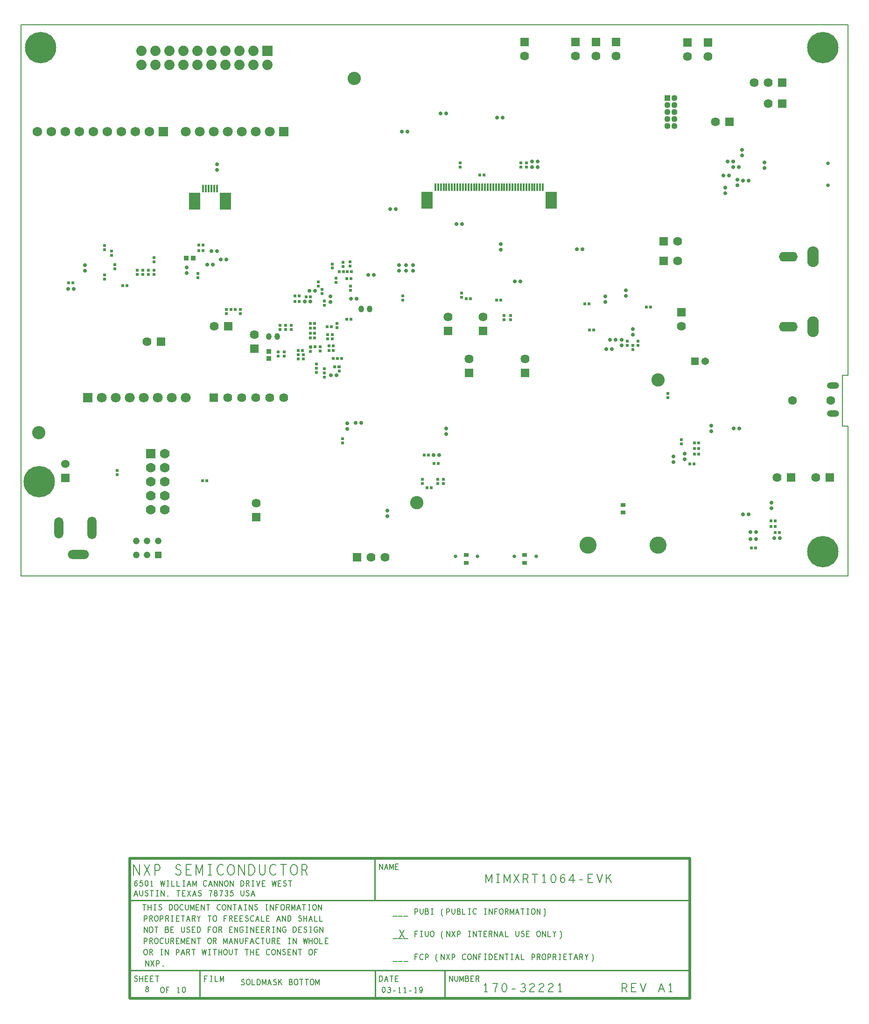
<source format=gbr>
G04 ================== begin FILE IDENTIFICATION RECORD ==================*
G04 Layout Name:  LAY-32221_A1.brd*
G04 Film Name:    SSM*
G04 File Format:  Gerber RS274X*
G04 File Origin:  Cadence Allegro 16.6-2015-S103*
G04 Origin Date:  Mon Mar 11 10:16:28 2019*
G04 *
G04 Layer:  DRAWING FORMAT/FILM_TITLE_BLOCK*
G04 Layer:  VIA CLASS/SOLDERMASK_BOTTOM*
G04 Layer:  PIN/SOLDERMASK_BOTTOM*
G04 Layer:  PACKAGE GEOMETRY/SOLDERMASK_BOTTOM*
G04 Layer:  BOARD GEOMETRY/OUTLINE*
G04 Layer:  BOARD GEOMETRY/SOLDERMASK_BOTTOM*
G04 *
G04 Offset:    (0.00 0.00)*
G04 Mirror:    No*
G04 Mode:      Positive*
G04 Rotation:  0*
G04 FullContactRelief:  No*
G04 UndefLineWidth:     6.00*
G04 ================== end FILE IDENTIFICATION RECORD ====================*
%FSLAX55Y55*MOIN*%
%IR0*IPPOS*OFA0.00000B0.00000*MIA0B0*SFA1.00000B1.00000*%
%ADD11O,.065X.152*%
%ADD32R,.083X.122*%
%ADD14O,.152X.065*%
%ADD15O,.065X.16201*%
%ADD17C,.06*%
%ADD45O,.134X.069*%
%ADD24C,.07*%
%ADD41C,.044*%
%ADD39C,.026*%
%ADD22C,.071*%
%ADD46C,.063*%
%ADD44C,.054*%
%ADD26C,.064*%
%ADD27C,.074*%
%ADD19C,.029*%
%ADD23C,.049*%
%ADD16R,.06X.06*%
%ADD25R,.07X.07*%
%ADD12C,.095*%
%ADD42R,.044X.044*%
%ADD18R,.071X.071*%
%ADD13C,.069*%
%ADD43R,.054X.054*%
%ADD29R,.064X.064*%
%ADD36R,.074X.074*%
%ADD28R,.049X.049*%
%ADD31R,.069X.069*%
%ADD47O,.08268X.14764*%
%ADD21R,.024X.022*%
%ADD20R,.022X.024*%
%ADD40C,.122*%
%ADD37R,.015X.053*%
%ADD34R,.037X.032*%
%ADD33R,.016X.053*%
%ADD30R,.032X.037*%
%ADD10C,.224*%
%ADD38R,.036X.028*%
%ADD48O,.087X.047*%
%ADD35O,.039X.049*%
%ADD49C,.01*%
%ADD50C,.02*%
%ADD51C,.006*%
G75*
%LPD*%
G75*
G54D10*
X13000Y67500D03*
X14000Y377500D03*
X572500Y17500D03*
Y377500D03*
G54D20*
X34024Y209500D03*
X36976D03*
X72524Y207500D03*
X75476D03*
X132476Y68000D03*
X129524D03*
X127024Y232500D03*
X129976D03*
Y236500D03*
X127024D03*
X150024Y190500D03*
X152976D03*
X200976Y161000D03*
X198024D03*
X206524Y177000D03*
X206824Y163600D03*
X206524Y173500D03*
Y170000D03*
Y180500D03*
X206476Y199500D03*
X203524D03*
X198476Y196000D03*
X195524D03*
X198476Y199988D03*
X195524D03*
X222976Y161000D03*
X220024D03*
X226024Y155500D03*
X228976D03*
X223024D03*
X225976D03*
X224024Y149500D03*
X226976D03*
X220024Y164500D03*
X222976D03*
X221476Y178000D03*
X218524D03*
X209476Y177000D03*
X209776Y163600D03*
X209476Y173500D03*
Y170000D03*
Y180500D03*
X227324Y217500D03*
X232524Y183500D03*
X235476D03*
X233024Y217500D03*
X235976D03*
X235476Y212300D03*
X232524D03*
X230276Y217500D03*
X292976Y63000D03*
X290024D03*
X288024Y86500D03*
X290976D03*
X295024Y80500D03*
X297976D03*
X318048Y198000D03*
X321000D03*
X339524Y197000D03*
X327524Y286500D03*
X330476D03*
X342476Y197000D03*
X406024Y175628D03*
X405476Y194500D03*
X402524D03*
X408976Y175628D03*
X449476Y192128D03*
X446524D03*
X481024Y95050D03*
X483976D03*
X477524Y80000D03*
X480476D03*
X481024Y91000D03*
X483976D03*
X481024Y87095D03*
X483976D03*
X524476Y20000D03*
X521524D03*
X535524Y35500D03*
X538476D03*
X538524Y31000D03*
X541476D03*
X535524Y39500D03*
X538476D03*
G54D11*
X27075Y34419D03*
G54D30*
X117941Y227000D03*
X123059D03*
G54D21*
X68500Y72524D03*
Y75476D03*
X64500Y229024D03*
X59500Y212024D03*
Y214976D03*
X67000Y219524D03*
Y222476D03*
X59500Y233024D03*
Y235976D03*
X64500Y231976D03*
X95000Y215524D03*
Y218476D03*
X91000D03*
Y215524D03*
X95000Y227476D03*
Y224524D03*
X83000Y215524D03*
Y218476D03*
X87000Y215524D03*
Y218476D03*
X126201Y213024D03*
Y215976D03*
X156500Y187524D03*
Y190476D03*
X146500Y187524D03*
Y190476D03*
X183500Y157024D03*
Y159976D03*
X185000Y178976D03*
Y176024D03*
X188000Y157024D03*
Y159976D03*
X198000Y155024D03*
Y157976D03*
X206700Y160524D03*
X201500Y157976D03*
Y155024D03*
X188800Y178976D03*
Y176024D03*
X192800Y178976D03*
Y176024D03*
X206700Y163476D03*
X229500Y95024D03*
Y97976D03*
X216500Y144976D03*
Y142024D03*
X211000Y148476D03*
Y145524D03*
X227100Y149376D03*
Y146424D03*
X216500Y147976D03*
Y145024D03*
X211000Y151476D03*
Y148524D03*
X213500Y160724D03*
X225500Y177524D03*
Y180476D03*
X218800Y169524D03*
Y172476D03*
X213500Y163676D03*
X222300Y169524D03*
Y172476D03*
X215000Y201848D03*
Y204800D03*
X216500Y193524D03*
Y196476D03*
X212200Y209976D03*
Y207024D03*
X222300Y222876D03*
Y219924D03*
X224882Y209724D03*
Y212676D03*
X235300Y204024D03*
X230000Y221024D03*
Y223976D03*
X235300Y206976D03*
X235000Y221424D03*
Y224376D03*
X272600Y197024D03*
Y199976D03*
X286550Y68976D03*
Y66024D03*
X301550D03*
Y68976D03*
X297500Y66024D03*
Y68976D03*
X314500Y202006D03*
Y199054D03*
X313583Y292024D03*
Y294976D03*
X345000Y183024D03*
X349500D03*
X345000Y185976D03*
X349500D03*
X361000Y294976D03*
Y292024D03*
X357000D03*
Y294976D03*
X437000Y161700D03*
X433000Y167604D03*
Y164652D03*
X437000D03*
X440500Y167604D03*
Y164652D03*
X471500Y94524D03*
Y97476D03*
X462000Y127524D03*
Y130476D03*
G54D12*
X12500Y102500D03*
X238000Y355500D03*
X282500Y52500D03*
X455000Y140000D03*
G54D40*
X405000Y21979D03*
X455000D03*
G54D31*
X101729Y317309D03*
G54D13*
X11729D03*
X21729D03*
X31729D03*
X41729D03*
X51729D03*
X61729D03*
X71729D03*
X81729D03*
X91729D03*
G54D22*
X67729Y127309D03*
X57729D03*
X97729D03*
X87729D03*
X77729D03*
X117729D03*
X107729D03*
X117729Y317309D03*
X127729D03*
X137729D03*
X147729D03*
X157729D03*
X167729D03*
X177729D03*
G54D50*
G01X77500Y-301500D02*
Y-201500D01*
X477500D01*
G01D02*
Y-301500D01*
X77500D01*
G54D23*
X82090Y24952D03*
X89964D03*
X82090Y15109D03*
X89964D03*
X97838Y24952D03*
G54D41*
X461500Y321500D03*
Y326500D03*
Y331500D03*
Y336500D03*
X466500Y321500D03*
Y326500D03*
Y331500D03*
Y336500D03*
Y341500D03*
G54D14*
X40854Y15521D03*
G54D32*
X123898Y267702D03*
X145866D03*
X289803Y268495D03*
X378701D03*
G54D51*
G01X590550Y0D02*
X0D01*
Y393700D01*
X590550D01*
Y143500D01*
X586500D01*
Y107000D01*
X590550D01*
Y0D01*
G01X80950Y-288967D02*
X81350Y-289300D01*
X81800Y-289500D01*
X82200D01*
X82600Y-289300D01*
X82900Y-288967D01*
X83050Y-288500D01*
X82950Y-288033D01*
X82700Y-287633D01*
X82250Y-287367D01*
X81650Y-287233D01*
X81300Y-286967D01*
X81150Y-286500D01*
X81250Y-286033D01*
X81500Y-285700D01*
X81850Y-285500D01*
X82200D01*
X82550Y-285633D01*
X82850Y-285967D01*
G01X84750Y-289500D02*
Y-285500D01*
G01X86850D02*
Y-289500D01*
G01Y-287500D02*
X84750D01*
G01X90600Y-289500D02*
X88600D01*
Y-285500D01*
X90600D01*
G01X89800Y-287433D02*
X88600D01*
G01X94400Y-289500D02*
X92400D01*
Y-285500D01*
X94400D01*
G01X93600Y-287433D02*
X92400D01*
G01X97200Y-285500D02*
Y-289500D01*
G01X96050Y-285500D02*
X98350D01*
G01X90000Y-297000D02*
X90350Y-296933D01*
X90750Y-296733D01*
X91000Y-296400D01*
X91100Y-295933D01*
X91000Y-295467D01*
X90700Y-295067D01*
X90250Y-294867D01*
X89750D01*
X89450Y-294733D01*
X89200Y-294400D01*
X89100Y-293933D01*
X89250Y-293467D01*
X89600Y-293133D01*
X90000Y-293000D01*
X90400Y-293133D01*
X90750Y-293467D01*
X90900Y-293933D01*
X90800Y-294400D01*
X90550Y-294733D01*
X90250Y-294867D01*
X89750D01*
X89300Y-295067D01*
X89000Y-295467D01*
X88900Y-295933D01*
X89000Y-296400D01*
X89250Y-296733D01*
X89650Y-296933D01*
X90000Y-297000D01*
G01X89000Y-270500D02*
X88600Y-270433D01*
X88250Y-270167D01*
X87950Y-269767D01*
X87750Y-269300D01*
X87650Y-268767D01*
Y-268233D01*
X87750Y-267700D01*
X87950Y-267233D01*
X88250Y-266833D01*
X88600Y-266567D01*
X89000Y-266500D01*
X89400Y-266567D01*
X89750Y-266833D01*
X90050Y-267233D01*
X90250Y-267700D01*
X90350Y-268233D01*
Y-268767D01*
X90250Y-269300D01*
X90050Y-269767D01*
X89750Y-270167D01*
X89400Y-270433D01*
X89000Y-270500D01*
G01X91800D02*
Y-266500D01*
X93050D01*
X93450Y-266700D01*
X93700Y-266967D01*
X93800Y-267500D01*
X93700Y-268033D01*
X93400Y-268367D01*
X93050Y-268567D01*
X91800D01*
G01X93050D02*
X93800Y-270500D01*
G01X99800Y-266500D02*
X101000D01*
G01X100400D02*
Y-270500D01*
G01X99800D02*
X101000D01*
G01X103050D02*
Y-266500D01*
X105350Y-270500D01*
Y-266500D01*
G01X110800Y-270500D02*
Y-266500D01*
X112000D01*
X112400Y-266700D01*
X112700Y-267167D01*
X112800Y-267700D01*
X112700Y-268233D01*
X112450Y-268633D01*
X112000Y-268833D01*
X110800D01*
G01X114350Y-270500D02*
X115600Y-266500D01*
X116850Y-270500D01*
G01X116400Y-269100D02*
X114800D01*
G01X118400Y-270500D02*
Y-266500D01*
X119650D01*
X120050Y-266700D01*
X120300Y-266967D01*
X120400Y-267500D01*
X120300Y-268033D01*
X120000Y-268367D01*
X119650Y-268567D01*
X118400D01*
G01X119650D02*
X120400Y-270500D01*
G01X123200Y-266500D02*
Y-270500D01*
G01X122050Y-266500D02*
X124350D01*
G01X129300D02*
X130000Y-270500D01*
X130800Y-266500D01*
X131600Y-270500D01*
X132300Y-266500D01*
G01X134000D02*
X135200D01*
G01X134600D02*
Y-270500D01*
G01X134000D02*
X135200D01*
G01X138400Y-266500D02*
Y-270500D01*
G01X137250Y-266500D02*
X139550D01*
G01X141150Y-270500D02*
Y-266500D01*
G01X143250D02*
Y-270500D01*
G01Y-268500D02*
X141150D01*
G01X146000Y-270500D02*
X145600Y-270433D01*
X145250Y-270167D01*
X144950Y-269767D01*
X144750Y-269300D01*
X144650Y-268767D01*
Y-268233D01*
X144750Y-267700D01*
X144950Y-267233D01*
X145250Y-266833D01*
X145600Y-266567D01*
X146000Y-266500D01*
X146400Y-266567D01*
X146750Y-266833D01*
X147050Y-267233D01*
X147250Y-267700D01*
X147350Y-268233D01*
Y-268767D01*
X147250Y-269300D01*
X147050Y-269767D01*
X146750Y-270167D01*
X146400Y-270433D01*
X146000Y-270500D01*
G01X148700Y-266500D02*
Y-269367D01*
X148900Y-269967D01*
X149300Y-270367D01*
X149800Y-270500D01*
X150300Y-270367D01*
X150700Y-269967D01*
X150900Y-269367D01*
Y-266500D01*
G01X153600D02*
Y-270500D01*
G01X152450Y-266500D02*
X154750D01*
G01X161200D02*
Y-270500D01*
G01X160050Y-266500D02*
X162350D01*
G01X163950Y-270500D02*
Y-266500D01*
G01X166050D02*
Y-270500D01*
G01Y-268500D02*
X163950D01*
G01X169800Y-270500D02*
X167800D01*
Y-266500D01*
X169800D01*
G01X169000Y-268433D02*
X167800D01*
G01X177500Y-266833D02*
X177200Y-266633D01*
X176850Y-266500D01*
X176450D01*
X176000Y-266700D01*
X175650Y-267033D01*
X175400Y-267433D01*
X175200Y-268100D01*
X175150Y-268700D01*
X175250Y-269300D01*
X175400Y-269700D01*
X175700Y-270100D01*
X176050Y-270367D01*
X176400Y-270500D01*
X176750D01*
X177100Y-270367D01*
X177400Y-270167D01*
X177650Y-269900D01*
G01X180200Y-270500D02*
X179800Y-270433D01*
X179450Y-270167D01*
X179150Y-269767D01*
X178950Y-269300D01*
X178850Y-268767D01*
Y-268233D01*
X178950Y-267700D01*
X179150Y-267233D01*
X179450Y-266833D01*
X179800Y-266567D01*
X180200Y-266500D01*
X180600Y-266567D01*
X180950Y-266833D01*
X181250Y-267233D01*
X181450Y-267700D01*
X181550Y-268233D01*
Y-268767D01*
X181450Y-269300D01*
X181250Y-269767D01*
X180950Y-270167D01*
X180600Y-270433D01*
X180200Y-270500D01*
G01X182850D02*
Y-266500D01*
X185150Y-270500D01*
Y-266500D01*
G01X186750Y-269967D02*
X187150Y-270300D01*
X187600Y-270500D01*
X188000D01*
X188400Y-270300D01*
X188700Y-269967D01*
X188850Y-269500D01*
X188750Y-269033D01*
X188500Y-268633D01*
X188050Y-268367D01*
X187450Y-268233D01*
X187100Y-267967D01*
X186950Y-267500D01*
X187050Y-267033D01*
X187300Y-266700D01*
X187650Y-266500D01*
X188000D01*
X188350Y-266633D01*
X188650Y-266967D01*
G01X192600Y-270500D02*
X190600D01*
Y-266500D01*
X192600D01*
G01X191800Y-268433D02*
X190600D01*
G01X194250Y-270500D02*
Y-266500D01*
X196550Y-270500D01*
Y-266500D01*
G01X199200D02*
Y-270500D01*
G01X198050Y-266500D02*
X200350D01*
G01X206800Y-270500D02*
X206400Y-270433D01*
X206050Y-270167D01*
X205750Y-269767D01*
X205550Y-269300D01*
X205450Y-268767D01*
Y-268233D01*
X205550Y-267700D01*
X205750Y-267233D01*
X206050Y-266833D01*
X206400Y-266567D01*
X206800Y-266500D01*
X207200Y-266567D01*
X207550Y-266833D01*
X207850Y-267233D01*
X208050Y-267700D01*
X208150Y-268233D01*
Y-268767D01*
X208050Y-269300D01*
X207850Y-269767D01*
X207550Y-270167D01*
X207200Y-270433D01*
X206800Y-270500D01*
G01X209650D02*
Y-266500D01*
X211550D01*
G01X210850Y-268433D02*
X209650D01*
G01X88850Y-278500D02*
Y-274500D01*
X91150Y-278500D01*
Y-274500D01*
G01X92750Y-278500D02*
X94850Y-274500D01*
G01X92750D02*
X94850Y-278500D01*
G01X96600D02*
Y-274500D01*
X97800D01*
X98200Y-274700D01*
X98500Y-275167D01*
X98600Y-275700D01*
X98500Y-276233D01*
X98250Y-276633D01*
X97800Y-276833D01*
X96600D01*
G01X101400Y-278633D02*
X101300Y-278567D01*
Y-278433D01*
X101400Y-278367D01*
X101500Y-278433D01*
Y-278567D01*
X101400Y-278633D01*
G01X88000Y-262500D02*
Y-258500D01*
X89200D01*
X89600Y-258700D01*
X89900Y-259167D01*
X90000Y-259700D01*
X89900Y-260233D01*
X89650Y-260633D01*
X89200Y-260833D01*
X88000D01*
G01X91800Y-262500D02*
Y-258500D01*
X93050D01*
X93450Y-258700D01*
X93700Y-258967D01*
X93800Y-259500D01*
X93700Y-260033D01*
X93400Y-260367D01*
X93050Y-260567D01*
X91800D01*
G01X93050D02*
X93800Y-262500D01*
G01X96600D02*
X96200Y-262433D01*
X95850Y-262167D01*
X95550Y-261767D01*
X95350Y-261300D01*
X95250Y-260767D01*
Y-260233D01*
X95350Y-259700D01*
X95550Y-259233D01*
X95850Y-258833D01*
X96200Y-258567D01*
X96600Y-258500D01*
X97000Y-258567D01*
X97350Y-258833D01*
X97650Y-259233D01*
X97850Y-259700D01*
X97950Y-260233D01*
Y-260767D01*
X97850Y-261300D01*
X97650Y-261767D01*
X97350Y-262167D01*
X97000Y-262433D01*
X96600Y-262500D01*
G01X101500Y-258833D02*
X101200Y-258633D01*
X100850Y-258500D01*
X100450D01*
X100000Y-258700D01*
X99650Y-259033D01*
X99400Y-259433D01*
X99200Y-260100D01*
X99150Y-260700D01*
X99250Y-261300D01*
X99400Y-261700D01*
X99700Y-262100D01*
X100050Y-262367D01*
X100400Y-262500D01*
X100750D01*
X101100Y-262367D01*
X101400Y-262167D01*
X101650Y-261900D01*
G01X103100Y-258500D02*
Y-261367D01*
X103300Y-261967D01*
X103700Y-262367D01*
X104200Y-262500D01*
X104700Y-262367D01*
X105100Y-261967D01*
X105300Y-261367D01*
Y-258500D01*
G01X107000Y-262500D02*
Y-258500D01*
X108250D01*
X108650Y-258700D01*
X108900Y-258967D01*
X109000Y-259500D01*
X108900Y-260033D01*
X108600Y-260367D01*
X108250Y-260567D01*
X107000D01*
G01X108250D02*
X109000Y-262500D01*
G01X112800D02*
X110800D01*
Y-258500D01*
X112800D01*
G01X112000Y-260433D02*
X110800D01*
G01X114300Y-262500D02*
Y-258500D01*
X115600Y-261833D01*
X116900Y-258500D01*
Y-262500D01*
G01X120400D02*
X118400D01*
Y-258500D01*
X120400D01*
G01X119600Y-260433D02*
X118400D01*
G01X122050Y-262500D02*
Y-258500D01*
X124350Y-262500D01*
Y-258500D01*
G01X127000D02*
Y-262500D01*
G01X125850Y-258500D02*
X128150D01*
G01X134600Y-262500D02*
X134200Y-262433D01*
X133850Y-262167D01*
X133550Y-261767D01*
X133350Y-261300D01*
X133250Y-260767D01*
Y-260233D01*
X133350Y-259700D01*
X133550Y-259233D01*
X133850Y-258833D01*
X134200Y-258567D01*
X134600Y-258500D01*
X135000Y-258567D01*
X135350Y-258833D01*
X135650Y-259233D01*
X135850Y-259700D01*
X135950Y-260233D01*
Y-260767D01*
X135850Y-261300D01*
X135650Y-261767D01*
X135350Y-262167D01*
X135000Y-262433D01*
X134600Y-262500D01*
G01X137400D02*
Y-258500D01*
X138650D01*
X139050Y-258700D01*
X139300Y-258967D01*
X139400Y-259500D01*
X139300Y-260033D01*
X139000Y-260367D01*
X138650Y-260567D01*
X137400D01*
G01X138650D02*
X139400Y-262500D01*
G01X144700D02*
Y-258500D01*
X146000Y-261833D01*
X147300Y-258500D01*
Y-262500D01*
G01X148550D02*
X149800Y-258500D01*
X151050Y-262500D01*
G01X150600Y-261100D02*
X149000D01*
G01X152450Y-262500D02*
Y-258500D01*
X154750Y-262500D01*
Y-258500D01*
G01X156300D02*
Y-261367D01*
X156500Y-261967D01*
X156900Y-262367D01*
X157400Y-262500D01*
X157900Y-262367D01*
X158300Y-261967D01*
X158500Y-261367D01*
Y-258500D01*
G01X160250Y-262500D02*
Y-258500D01*
X162150D01*
G01X161450Y-260433D02*
X160250D01*
G01X163750Y-262500D02*
X165000Y-258500D01*
X166250Y-262500D01*
G01X165800Y-261100D02*
X164200D01*
G01X169900Y-258833D02*
X169600Y-258633D01*
X169250Y-258500D01*
X168850D01*
X168400Y-258700D01*
X168050Y-259033D01*
X167800Y-259433D01*
X167600Y-260100D01*
X167550Y-260700D01*
X167650Y-261300D01*
X167800Y-261700D01*
X168100Y-262100D01*
X168450Y-262367D01*
X168800Y-262500D01*
X169150D01*
X169500Y-262367D01*
X169800Y-262167D01*
X170050Y-261900D01*
G01X172600Y-258500D02*
Y-262500D01*
G01X171450Y-258500D02*
X173750D01*
G01X175300D02*
Y-261367D01*
X175500Y-261967D01*
X175900Y-262367D01*
X176400Y-262500D01*
X176900Y-262367D01*
X177300Y-261967D01*
X177500Y-261367D01*
Y-258500D01*
G01X179200Y-262500D02*
Y-258500D01*
X180450D01*
X180850Y-258700D01*
X181100Y-258967D01*
X181200Y-259500D01*
X181100Y-260033D01*
X180800Y-260367D01*
X180450Y-260567D01*
X179200D01*
G01X180450D02*
X181200Y-262500D01*
G01X185000D02*
X183000D01*
Y-258500D01*
X185000D01*
G01X184200Y-260433D02*
X183000D01*
G01X191000Y-258500D02*
X192200D01*
G01X191600D02*
Y-262500D01*
G01X191000D02*
X192200D01*
G01X194250D02*
Y-258500D01*
X196550Y-262500D01*
Y-258500D01*
G01X201500D02*
X202200Y-262500D01*
X203000Y-258500D01*
X203800Y-262500D01*
X204500Y-258500D01*
G01X205750Y-262500D02*
Y-258500D01*
G01X207850D02*
Y-262500D01*
G01Y-260500D02*
X205750D01*
G01X210600Y-262500D02*
X210200Y-262433D01*
X209850Y-262167D01*
X209550Y-261767D01*
X209350Y-261300D01*
X209250Y-260767D01*
Y-260233D01*
X209350Y-259700D01*
X209550Y-259233D01*
X209850Y-258833D01*
X210200Y-258567D01*
X210600Y-258500D01*
X211000Y-258567D01*
X211350Y-258833D01*
X211650Y-259233D01*
X211850Y-259700D01*
X211950Y-260233D01*
Y-260767D01*
X211850Y-261300D01*
X211650Y-261767D01*
X211350Y-262167D01*
X211000Y-262433D01*
X210600Y-262500D01*
G01X213400Y-258500D02*
Y-262500D01*
X215400D01*
G01X219200D02*
X217200D01*
Y-258500D01*
X219200D01*
G01X218400Y-260433D02*
X217200D01*
G01X88000Y-246500D02*
Y-242500D01*
X89200D01*
X89600Y-242700D01*
X89900Y-243167D01*
X90000Y-243700D01*
X89900Y-244233D01*
X89650Y-244633D01*
X89200Y-244833D01*
X88000D01*
G01X91800Y-246500D02*
Y-242500D01*
X93050D01*
X93450Y-242700D01*
X93700Y-242967D01*
X93800Y-243500D01*
X93700Y-244033D01*
X93400Y-244367D01*
X93050Y-244567D01*
X91800D01*
G01X93050D02*
X93800Y-246500D01*
G01X96600D02*
X96200Y-246433D01*
X95850Y-246167D01*
X95550Y-245767D01*
X95350Y-245300D01*
X95250Y-244767D01*
Y-244233D01*
X95350Y-243700D01*
X95550Y-243233D01*
X95850Y-242833D01*
X96200Y-242567D01*
X96600Y-242500D01*
X97000Y-242567D01*
X97350Y-242833D01*
X97650Y-243233D01*
X97850Y-243700D01*
X97950Y-244233D01*
Y-244767D01*
X97850Y-245300D01*
X97650Y-245767D01*
X97350Y-246167D01*
X97000Y-246433D01*
X96600Y-246500D01*
G01X99400D02*
Y-242500D01*
X100600D01*
X101000Y-242700D01*
X101300Y-243167D01*
X101400Y-243700D01*
X101300Y-244233D01*
X101050Y-244633D01*
X100600Y-244833D01*
X99400D01*
G01X103200Y-246500D02*
Y-242500D01*
X104450D01*
X104850Y-242700D01*
X105100Y-242967D01*
X105200Y-243500D01*
X105100Y-244033D01*
X104800Y-244367D01*
X104450Y-244567D01*
X103200D01*
G01X104450D02*
X105200Y-246500D01*
G01X107400Y-242500D02*
X108600D01*
G01X108000D02*
Y-246500D01*
G01X107400D02*
X108600D01*
G01X112800D02*
X110800D01*
Y-242500D01*
X112800D01*
G01X112000Y-244433D02*
X110800D01*
G01X115600Y-242500D02*
Y-246500D01*
G01X114450Y-242500D02*
X116750D01*
G01X118150Y-246500D02*
X119400Y-242500D01*
X120650Y-246500D01*
G01X120200Y-245100D02*
X118600D01*
G01X122200Y-246500D02*
Y-242500D01*
X123450D01*
X123850Y-242700D01*
X124100Y-242967D01*
X124200Y-243500D01*
X124100Y-244033D01*
X123800Y-244367D01*
X123450Y-244567D01*
X122200D01*
G01X123450D02*
X124200Y-246500D01*
G01X127000D02*
Y-244700D01*
X126000Y-242500D01*
G01X128000D02*
X127000Y-244700D01*
G01X134600Y-242500D02*
Y-246500D01*
G01X133450Y-242500D02*
X135750D01*
G01X138400Y-246500D02*
X138000Y-246433D01*
X137650Y-246167D01*
X137350Y-245767D01*
X137150Y-245300D01*
X137050Y-244767D01*
Y-244233D01*
X137150Y-243700D01*
X137350Y-243233D01*
X137650Y-242833D01*
X138000Y-242567D01*
X138400Y-242500D01*
X138800Y-242567D01*
X139150Y-242833D01*
X139450Y-243233D01*
X139650Y-243700D01*
X139750Y-244233D01*
Y-244767D01*
X139650Y-245300D01*
X139450Y-245767D01*
X139150Y-246167D01*
X138800Y-246433D01*
X138400Y-246500D01*
G01X145050D02*
Y-242500D01*
X146950D01*
G01X146250Y-244433D02*
X145050D01*
G01X148800Y-246500D02*
Y-242500D01*
X150050D01*
X150450Y-242700D01*
X150700Y-242967D01*
X150800Y-243500D01*
X150700Y-244033D01*
X150400Y-244367D01*
X150050Y-244567D01*
X148800D01*
G01X150050D02*
X150800Y-246500D01*
G01X154600D02*
X152600D01*
Y-242500D01*
X154600D01*
G01X153800Y-244433D02*
X152600D01*
G01X158400Y-246500D02*
X156400D01*
Y-242500D01*
X158400D01*
G01X157600Y-244433D02*
X156400D01*
G01X160150Y-245967D02*
X160550Y-246300D01*
X161000Y-246500D01*
X161400D01*
X161800Y-246300D01*
X162100Y-245967D01*
X162250Y-245500D01*
X162150Y-245033D01*
X161900Y-244633D01*
X161450Y-244367D01*
X160850Y-244233D01*
X160500Y-243967D01*
X160350Y-243500D01*
X160450Y-243033D01*
X160700Y-242700D01*
X161050Y-242500D01*
X161400D01*
X161750Y-242633D01*
X162050Y-242967D01*
G01X166100Y-242833D02*
X165800Y-242633D01*
X165450Y-242500D01*
X165050D01*
X164600Y-242700D01*
X164250Y-243033D01*
X164000Y-243433D01*
X163800Y-244100D01*
X163750Y-244700D01*
X163850Y-245300D01*
X164000Y-245700D01*
X164300Y-246100D01*
X164650Y-246367D01*
X165000Y-246500D01*
X165350D01*
X165700Y-246367D01*
X166000Y-246167D01*
X166250Y-245900D01*
G01X167550Y-246500D02*
X168800Y-242500D01*
X170050Y-246500D01*
G01X169600Y-245100D02*
X168000D01*
G01X171600Y-242500D02*
Y-246500D01*
X173600D01*
G01X177400D02*
X175400D01*
Y-242500D01*
X177400D01*
G01X176600Y-244433D02*
X175400D01*
G01X182750Y-246500D02*
X184000Y-242500D01*
X185250Y-246500D01*
G01X184800Y-245100D02*
X183200D01*
G01X186650Y-246500D02*
Y-242500D01*
X188950Y-246500D01*
Y-242500D01*
G01X190500Y-246500D02*
Y-242500D01*
X191500D01*
X191900Y-242700D01*
X192200Y-242967D01*
X192450Y-243367D01*
X192650Y-243833D01*
X192700Y-244500D01*
X192650Y-245167D01*
X192450Y-245633D01*
X192200Y-246033D01*
X191900Y-246300D01*
X191500Y-246500D01*
X190500D01*
G01X198150Y-245967D02*
X198550Y-246300D01*
X199000Y-246500D01*
X199400D01*
X199800Y-246300D01*
X200100Y-245967D01*
X200250Y-245500D01*
X200150Y-245033D01*
X199900Y-244633D01*
X199450Y-244367D01*
X198850Y-244233D01*
X198500Y-243967D01*
X198350Y-243500D01*
X198450Y-243033D01*
X198700Y-242700D01*
X199050Y-242500D01*
X199400D01*
X199750Y-242633D01*
X200050Y-242967D01*
G01X201950Y-246500D02*
Y-242500D01*
G01X204050D02*
Y-246500D01*
G01Y-244500D02*
X201950D01*
G01X205550Y-246500D02*
X206800Y-242500D01*
X208050Y-246500D01*
G01X207600Y-245100D02*
X206000D01*
G01X209600Y-242500D02*
Y-246500D01*
X211600D01*
G01X213400Y-242500D02*
Y-246500D01*
X215400D01*
G01X87850Y-254500D02*
Y-250500D01*
X90150Y-254500D01*
Y-250500D01*
G01X92800Y-254500D02*
X92400Y-254433D01*
X92050Y-254167D01*
X91750Y-253767D01*
X91550Y-253300D01*
X91450Y-252767D01*
Y-252233D01*
X91550Y-251700D01*
X91750Y-251233D01*
X92050Y-250833D01*
X92400Y-250567D01*
X92800Y-250500D01*
X93200Y-250567D01*
X93550Y-250833D01*
X93850Y-251233D01*
X94050Y-251700D01*
X94150Y-252233D01*
Y-252767D01*
X94050Y-253300D01*
X93850Y-253767D01*
X93550Y-254167D01*
X93200Y-254433D01*
X92800Y-254500D01*
G01X96600Y-250500D02*
Y-254500D01*
G01X95450Y-250500D02*
X97750D01*
G01X104600Y-252367D02*
X104800Y-252167D01*
X104950Y-251833D01*
X105050Y-251367D01*
X104950Y-250967D01*
X104750Y-250700D01*
X104400Y-250500D01*
X103050D01*
Y-254500D01*
X104700D01*
X105050Y-254233D01*
X105250Y-253833D01*
X105350Y-253367D01*
X105250Y-252900D01*
X104950Y-252500D01*
X104600Y-252367D01*
X103050D01*
G01X109000Y-254500D02*
X107000D01*
Y-250500D01*
X109000D01*
G01X108200Y-252433D02*
X107000D01*
G01X114500Y-250500D02*
Y-253367D01*
X114700Y-253967D01*
X115100Y-254367D01*
X115600Y-254500D01*
X116100Y-254367D01*
X116500Y-253967D01*
X116700Y-253367D01*
Y-250500D01*
G01X118350Y-253967D02*
X118750Y-254300D01*
X119200Y-254500D01*
X119600D01*
X120000Y-254300D01*
X120300Y-253967D01*
X120450Y-253500D01*
X120350Y-253033D01*
X120100Y-252633D01*
X119650Y-252367D01*
X119050Y-252233D01*
X118700Y-251967D01*
X118550Y-251500D01*
X118650Y-251033D01*
X118900Y-250700D01*
X119250Y-250500D01*
X119600D01*
X119950Y-250633D01*
X120250Y-250967D01*
G01X124200Y-254500D02*
X122200D01*
Y-250500D01*
X124200D01*
G01X123400Y-252433D02*
X122200D01*
G01X125900Y-254500D02*
Y-250500D01*
X126900D01*
X127300Y-250700D01*
X127600Y-250967D01*
X127850Y-251367D01*
X128050Y-251833D01*
X128100Y-252500D01*
X128050Y-253167D01*
X127850Y-253633D01*
X127600Y-254033D01*
X127300Y-254300D01*
X126900Y-254500D01*
X125900D01*
G01X133650D02*
Y-250500D01*
X135550D01*
G01X134850Y-252433D02*
X133650D01*
G01X138400Y-254500D02*
X138000Y-254433D01*
X137650Y-254167D01*
X137350Y-253767D01*
X137150Y-253300D01*
X137050Y-252767D01*
Y-252233D01*
X137150Y-251700D01*
X137350Y-251233D01*
X137650Y-250833D01*
X138000Y-250567D01*
X138400Y-250500D01*
X138800Y-250567D01*
X139150Y-250833D01*
X139450Y-251233D01*
X139650Y-251700D01*
X139750Y-252233D01*
Y-252767D01*
X139650Y-253300D01*
X139450Y-253767D01*
X139150Y-254167D01*
X138800Y-254433D01*
X138400Y-254500D01*
G01X141200D02*
Y-250500D01*
X142450D01*
X142850Y-250700D01*
X143100Y-250967D01*
X143200Y-251500D01*
X143100Y-252033D01*
X142800Y-252367D01*
X142450Y-252567D01*
X141200D01*
G01X142450D02*
X143200Y-254500D01*
G01X150800D02*
X148800D01*
Y-250500D01*
X150800D01*
G01X150000Y-252433D02*
X148800D01*
G01X152450Y-254500D02*
Y-250500D01*
X154750Y-254500D01*
Y-250500D01*
G01X157700Y-252500D02*
X158700D01*
Y-253700D01*
X158400Y-254100D01*
X158050Y-254367D01*
X157550Y-254500D01*
X157050Y-254367D01*
X156700Y-254100D01*
X156400Y-253700D01*
X156200Y-253233D01*
X156100Y-252700D01*
Y-252233D01*
X156200Y-251833D01*
X156400Y-251367D01*
X156700Y-250967D01*
X157000Y-250700D01*
X157400Y-250500D01*
X157750D01*
X158150Y-250633D01*
X158450Y-250900D01*
G01X160600Y-250500D02*
X161800D01*
G01X161200D02*
Y-254500D01*
G01X160600D02*
X161800D01*
G01X163850D02*
Y-250500D01*
X166150Y-254500D01*
Y-250500D01*
G01X169800Y-254500D02*
X167800D01*
Y-250500D01*
X169800D01*
G01X169000Y-252433D02*
X167800D01*
G01X173600Y-254500D02*
X171600D01*
Y-250500D01*
X173600D01*
G01X172800Y-252433D02*
X171600D01*
G01X175400Y-254500D02*
Y-250500D01*
X176650D01*
X177050Y-250700D01*
X177300Y-250967D01*
X177400Y-251500D01*
X177300Y-252033D01*
X177000Y-252367D01*
X176650Y-252567D01*
X175400D01*
G01X176650D02*
X177400Y-254500D01*
G01X179600Y-250500D02*
X180800D01*
G01X180200D02*
Y-254500D01*
G01X179600D02*
X180800D01*
G01X182850D02*
Y-250500D01*
X185150Y-254500D01*
Y-250500D01*
G01X188100Y-252500D02*
X189100D01*
Y-253700D01*
X188800Y-254100D01*
X188450Y-254367D01*
X187950Y-254500D01*
X187450Y-254367D01*
X187100Y-254100D01*
X186800Y-253700D01*
X186600Y-253233D01*
X186500Y-252700D01*
Y-252233D01*
X186600Y-251833D01*
X186800Y-251367D01*
X187100Y-250967D01*
X187400Y-250700D01*
X187800Y-250500D01*
X188150D01*
X188550Y-250633D01*
X188850Y-250900D01*
G01X194300Y-254500D02*
Y-250500D01*
X195300D01*
X195700Y-250700D01*
X196000Y-250967D01*
X196250Y-251367D01*
X196450Y-251833D01*
X196500Y-252500D01*
X196450Y-253167D01*
X196250Y-253633D01*
X196000Y-254033D01*
X195700Y-254300D01*
X195300Y-254500D01*
X194300D01*
G01X200200D02*
X198200D01*
Y-250500D01*
X200200D01*
G01X199400Y-252433D02*
X198200D01*
G01X201950Y-253967D02*
X202350Y-254300D01*
X202800Y-254500D01*
X203200D01*
X203600Y-254300D01*
X203900Y-253967D01*
X204050Y-253500D01*
X203950Y-253033D01*
X203700Y-252633D01*
X203250Y-252367D01*
X202650Y-252233D01*
X202300Y-251967D01*
X202150Y-251500D01*
X202250Y-251033D01*
X202500Y-250700D01*
X202850Y-250500D01*
X203200D01*
X203550Y-250633D01*
X203850Y-250967D01*
G01X206200Y-250500D02*
X207400D01*
G01X206800D02*
Y-254500D01*
G01X206200D02*
X207400D01*
G01X210900Y-252500D02*
X211900D01*
Y-253700D01*
X211600Y-254100D01*
X211250Y-254367D01*
X210750Y-254500D01*
X210250Y-254367D01*
X209900Y-254100D01*
X209600Y-253700D01*
X209400Y-253233D01*
X209300Y-252700D01*
Y-252233D01*
X209400Y-251833D01*
X209600Y-251367D01*
X209900Y-250967D01*
X210200Y-250700D01*
X210600Y-250500D01*
X210950D01*
X211350Y-250633D01*
X211650Y-250900D01*
G01X213250Y-254500D02*
Y-250500D01*
X215550Y-254500D01*
Y-250500D01*
G01X81050Y-219833D02*
X81400Y-219367D01*
X81700Y-219100D01*
X82100Y-218967D01*
X82450Y-219100D01*
X82700Y-219367D01*
X82900Y-219767D01*
X82950Y-220233D01*
X82900Y-220633D01*
X82700Y-221033D01*
X82400Y-221367D01*
X82050Y-221500D01*
X81650Y-221367D01*
X81300Y-220967D01*
X81100Y-220367D01*
X81050Y-219700D01*
X81150Y-218833D01*
X81300Y-218367D01*
X81550Y-217900D01*
X81900Y-217567D01*
X82250Y-217500D01*
X82600Y-217633D01*
X82850Y-217967D01*
G01X84700Y-220900D02*
X85000Y-221233D01*
X85350Y-221433D01*
X85800Y-221500D01*
X86250Y-221367D01*
X86600Y-221100D01*
X86850Y-220633D01*
X86900Y-220100D01*
X86800Y-219567D01*
X86550Y-219233D01*
X86200Y-218967D01*
X85850Y-218900D01*
X85500Y-218967D01*
X85050Y-219233D01*
X85200Y-217500D01*
X86550D01*
G01X89600D02*
X89200Y-217633D01*
X88900Y-217967D01*
X88700Y-218367D01*
X88550Y-218900D01*
X88500Y-219500D01*
X88550Y-220100D01*
X88700Y-220633D01*
X88900Y-221033D01*
X89200Y-221367D01*
X89600Y-221500D01*
X90000Y-221367D01*
X90300Y-221033D01*
X90500Y-220633D01*
X90650Y-220100D01*
X90700Y-219500D01*
X90650Y-218900D01*
X90500Y-218367D01*
X90300Y-217967D01*
X90000Y-217633D01*
X89600Y-217500D01*
G01X93400Y-221500D02*
Y-217500D01*
X92800Y-218300D01*
G01Y-221500D02*
X94000D01*
G01X99500Y-217500D02*
X100200Y-221500D01*
X101000Y-217500D01*
X101800Y-221500D01*
X102500Y-217500D01*
G01X104200D02*
X105400D01*
G01X104800D02*
Y-221500D01*
G01X104200D02*
X105400D01*
G01X107600Y-217500D02*
Y-221500D01*
X109600D01*
G01X111400Y-217500D02*
Y-221500D01*
X113400D01*
G01X115600Y-217500D02*
X116800D01*
G01X116200D02*
Y-221500D01*
G01X115600D02*
X116800D01*
G01X118750D02*
X120000Y-217500D01*
X121250Y-221500D01*
G01X120800Y-220100D02*
X119200D01*
G01X122500Y-221500D02*
Y-217500D01*
X123800Y-220833D01*
X125100Y-217500D01*
Y-221500D01*
G01X132500Y-217833D02*
X132200Y-217633D01*
X131850Y-217500D01*
X131450D01*
X131000Y-217700D01*
X130650Y-218033D01*
X130400Y-218433D01*
X130200Y-219100D01*
X130150Y-219700D01*
X130250Y-220300D01*
X130400Y-220700D01*
X130700Y-221100D01*
X131050Y-221367D01*
X131400Y-221500D01*
X131750D01*
X132100Y-221367D01*
X132400Y-221167D01*
X132650Y-220900D01*
G01X133950Y-221500D02*
X135200Y-217500D01*
X136450Y-221500D01*
G01X136000Y-220100D02*
X134400D01*
G01X137850Y-221500D02*
Y-217500D01*
X140150Y-221500D01*
Y-217500D01*
G01X141650Y-221500D02*
Y-217500D01*
X143950Y-221500D01*
Y-217500D01*
G01X146600Y-221500D02*
X146200Y-221433D01*
X145850Y-221167D01*
X145550Y-220767D01*
X145350Y-220300D01*
X145250Y-219767D01*
Y-219233D01*
X145350Y-218700D01*
X145550Y-218233D01*
X145850Y-217833D01*
X146200Y-217567D01*
X146600Y-217500D01*
X147000Y-217567D01*
X147350Y-217833D01*
X147650Y-218233D01*
X147850Y-218700D01*
X147950Y-219233D01*
Y-219767D01*
X147850Y-220300D01*
X147650Y-220767D01*
X147350Y-221167D01*
X147000Y-221433D01*
X146600Y-221500D01*
G01X149250D02*
Y-217500D01*
X151550Y-221500D01*
Y-217500D01*
G01X156900Y-221500D02*
Y-217500D01*
X157900D01*
X158300Y-217700D01*
X158600Y-217967D01*
X158850Y-218367D01*
X159050Y-218833D01*
X159100Y-219500D01*
X159050Y-220167D01*
X158850Y-220633D01*
X158600Y-221033D01*
X158300Y-221300D01*
X157900Y-221500D01*
X156900D01*
G01X160800D02*
Y-217500D01*
X162050D01*
X162450Y-217700D01*
X162700Y-217967D01*
X162800Y-218500D01*
X162700Y-219033D01*
X162400Y-219367D01*
X162050Y-219567D01*
X160800D01*
G01X162050D02*
X162800Y-221500D01*
G01X165000Y-217500D02*
X166200D01*
G01X165600D02*
Y-221500D01*
G01X165000D02*
X166200D01*
G01X168150Y-217500D02*
X169400Y-221500D01*
X170650Y-217500D01*
G01X174200Y-221500D02*
X172200D01*
Y-217500D01*
X174200D01*
G01X173400Y-219433D02*
X172200D01*
G01X179300Y-217500D02*
X180000Y-221500D01*
X180800Y-217500D01*
X181600Y-221500D01*
X182300Y-217500D01*
G01X185600Y-221500D02*
X183600D01*
Y-217500D01*
X185600D01*
G01X184800Y-219433D02*
X183600D01*
G01X187350Y-220967D02*
X187750Y-221300D01*
X188200Y-221500D01*
X188600D01*
X189000Y-221300D01*
X189300Y-220967D01*
X189450Y-220500D01*
X189350Y-220033D01*
X189100Y-219633D01*
X188650Y-219367D01*
X188050Y-219233D01*
X187700Y-218967D01*
X187550Y-218500D01*
X187650Y-218033D01*
X187900Y-217700D01*
X188250Y-217500D01*
X188600D01*
X188950Y-217633D01*
X189250Y-217967D01*
G01X192200Y-217500D02*
Y-221500D01*
G01X191050Y-217500D02*
X193350D01*
G01X80750Y-228500D02*
X82000Y-224500D01*
X83250Y-228500D01*
G01X82800Y-227100D02*
X81200D01*
G01X84700Y-224500D02*
Y-227367D01*
X84900Y-227967D01*
X85300Y-228367D01*
X85800Y-228500D01*
X86300Y-228367D01*
X86700Y-227967D01*
X86900Y-227367D01*
Y-224500D01*
G01X88550Y-227967D02*
X88950Y-228300D01*
X89400Y-228500D01*
X89800D01*
X90200Y-228300D01*
X90500Y-227967D01*
X90650Y-227500D01*
X90550Y-227033D01*
X90300Y-226633D01*
X89850Y-226367D01*
X89250Y-226233D01*
X88900Y-225967D01*
X88750Y-225500D01*
X88850Y-225033D01*
X89100Y-224700D01*
X89450Y-224500D01*
X89800D01*
X90150Y-224633D01*
X90450Y-224967D01*
G01X93400Y-224500D02*
Y-228500D01*
G01X92250Y-224500D02*
X94550D01*
G01X96600D02*
X97800D01*
G01X97200D02*
Y-228500D01*
G01X96600D02*
X97800D01*
G01X99850D02*
Y-224500D01*
X102150Y-228500D01*
Y-224500D01*
G01X104800Y-228633D02*
X104700Y-228567D01*
Y-228433D01*
X104800Y-228367D01*
X104900Y-228433D01*
Y-228567D01*
X104800Y-228633D01*
G01X112400Y-224500D02*
Y-228500D01*
G01X111250Y-224500D02*
X113550D01*
G01X117200Y-228500D02*
X115200D01*
Y-224500D01*
X117200D01*
G01X116400Y-226433D02*
X115200D01*
G01X118950Y-228500D02*
X121050Y-224500D01*
G01X118950D02*
X121050Y-228500D01*
G01X122550D02*
X123800Y-224500D01*
X125050Y-228500D01*
G01X124600Y-227100D02*
X123000D01*
G01X126550Y-227967D02*
X126950Y-228300D01*
X127400Y-228500D01*
X127800D01*
X128200Y-228300D01*
X128500Y-227967D01*
X128650Y-227500D01*
X128550Y-227033D01*
X128300Y-226633D01*
X127850Y-226367D01*
X127250Y-226233D01*
X126900Y-225967D01*
X126750Y-225500D01*
X126850Y-225033D01*
X127100Y-224700D01*
X127450Y-224500D01*
X127800D01*
X128150Y-224633D01*
X128450Y-224967D01*
G01X135100Y-228500D02*
X135200Y-227633D01*
X135350Y-226900D01*
X135550Y-226233D01*
X135800Y-225500D01*
X136200Y-224500D01*
X134200D01*
G01X139000Y-228500D02*
X139350Y-228433D01*
X139750Y-228233D01*
X140000Y-227900D01*
X140100Y-227433D01*
X140000Y-226967D01*
X139700Y-226567D01*
X139250Y-226367D01*
X138750D01*
X138450Y-226233D01*
X138200Y-225900D01*
X138100Y-225433D01*
X138250Y-224967D01*
X138600Y-224633D01*
X139000Y-224500D01*
X139400Y-224633D01*
X139750Y-224967D01*
X139900Y-225433D01*
X139800Y-225900D01*
X139550Y-226233D01*
X139250Y-226367D01*
X138750D01*
X138300Y-226567D01*
X138000Y-226967D01*
X137900Y-227433D01*
X138000Y-227900D01*
X138250Y-228233D01*
X138650Y-228433D01*
X139000Y-228500D01*
G01X142700D02*
X142800Y-227633D01*
X142950Y-226900D01*
X143150Y-226233D01*
X143400Y-225500D01*
X143800Y-224500D01*
X141800D01*
G01X145500Y-227700D02*
X145800Y-228167D01*
X146200Y-228433D01*
X146650Y-228500D01*
X147050Y-228433D01*
X147450Y-228100D01*
X147700Y-227700D01*
X147750Y-227300D01*
X147650Y-226833D01*
X147300Y-226500D01*
X146950Y-226367D01*
X146500D01*
G01X146950D02*
X147250Y-226167D01*
X147500Y-225833D01*
X147600Y-225433D01*
X147500Y-225033D01*
X147250Y-224700D01*
X146800Y-224500D01*
X146350Y-224567D01*
X145900Y-224833D01*
G01X149300Y-227900D02*
X149600Y-228233D01*
X149950Y-228433D01*
X150400Y-228500D01*
X150850Y-228367D01*
X151200Y-228100D01*
X151450Y-227633D01*
X151500Y-227100D01*
X151400Y-226567D01*
X151150Y-226233D01*
X150800Y-225967D01*
X150450Y-225900D01*
X150100Y-225967D01*
X149650Y-226233D01*
X149800Y-224500D01*
X151150D01*
G01X156900D02*
Y-227367D01*
X157100Y-227967D01*
X157500Y-228367D01*
X158000Y-228500D01*
X158500Y-228367D01*
X158900Y-227967D01*
X159100Y-227367D01*
Y-224500D01*
G01X160750Y-227967D02*
X161150Y-228300D01*
X161600Y-228500D01*
X162000D01*
X162400Y-228300D01*
X162700Y-227967D01*
X162850Y-227500D01*
X162750Y-227033D01*
X162500Y-226633D01*
X162050Y-226367D01*
X161450Y-226233D01*
X161100Y-225967D01*
X160950Y-225500D01*
X161050Y-225033D01*
X161300Y-224700D01*
X161650Y-224500D01*
X162000D01*
X162350Y-224633D01*
X162650Y-224967D01*
G01X164350Y-228500D02*
X165600Y-224500D01*
X166850Y-228500D01*
G01X166400Y-227100D02*
X164800D01*
G01X88000Y-234500D02*
Y-238500D01*
G01X86850Y-234500D02*
X89150D01*
G01X90750Y-238500D02*
Y-234500D01*
G01X92850D02*
Y-238500D01*
G01Y-236500D02*
X90750D01*
G01X95000Y-234500D02*
X96200D01*
G01X95600D02*
Y-238500D01*
G01X95000D02*
X96200D01*
G01X98350Y-237967D02*
X98750Y-238300D01*
X99200Y-238500D01*
X99600D01*
X100000Y-238300D01*
X100300Y-237967D01*
X100450Y-237500D01*
X100350Y-237033D01*
X100100Y-236633D01*
X99650Y-236367D01*
X99050Y-236233D01*
X98700Y-235967D01*
X98550Y-235500D01*
X98650Y-235033D01*
X98900Y-234700D01*
X99250Y-234500D01*
X99600D01*
X99950Y-234633D01*
X100250Y-234967D01*
G01X105900Y-238500D02*
Y-234500D01*
X106900D01*
X107300Y-234700D01*
X107600Y-234967D01*
X107850Y-235367D01*
X108050Y-235833D01*
X108100Y-236500D01*
X108050Y-237167D01*
X107850Y-237633D01*
X107600Y-238033D01*
X107300Y-238300D01*
X106900Y-238500D01*
X105900D01*
G01X110800D02*
X110400Y-238433D01*
X110050Y-238167D01*
X109750Y-237767D01*
X109550Y-237300D01*
X109450Y-236767D01*
Y-236233D01*
X109550Y-235700D01*
X109750Y-235233D01*
X110050Y-234833D01*
X110400Y-234567D01*
X110800Y-234500D01*
X111200Y-234567D01*
X111550Y-234833D01*
X111850Y-235233D01*
X112050Y-235700D01*
X112150Y-236233D01*
Y-236767D01*
X112050Y-237300D01*
X111850Y-237767D01*
X111550Y-238167D01*
X111200Y-238433D01*
X110800Y-238500D01*
G01X115700Y-234833D02*
X115400Y-234633D01*
X115050Y-234500D01*
X114650D01*
X114200Y-234700D01*
X113850Y-235033D01*
X113600Y-235433D01*
X113400Y-236100D01*
X113350Y-236700D01*
X113450Y-237300D01*
X113600Y-237700D01*
X113900Y-238100D01*
X114250Y-238367D01*
X114600Y-238500D01*
X114950D01*
X115300Y-238367D01*
X115600Y-238167D01*
X115850Y-237900D01*
G01X117300Y-234500D02*
Y-237367D01*
X117500Y-237967D01*
X117900Y-238367D01*
X118400Y-238500D01*
X118900Y-238367D01*
X119300Y-237967D01*
X119500Y-237367D01*
Y-234500D01*
G01X120900Y-238500D02*
Y-234500D01*
X122200Y-237833D01*
X123500Y-234500D01*
Y-238500D01*
G01X127000D02*
X125000D01*
Y-234500D01*
X127000D01*
G01X126200Y-236433D02*
X125000D01*
G01X128650Y-238500D02*
Y-234500D01*
X130950Y-238500D01*
Y-234500D01*
G01X133600D02*
Y-238500D01*
G01X132450Y-234500D02*
X134750D01*
G01X142300Y-234833D02*
X142000Y-234633D01*
X141650Y-234500D01*
X141250D01*
X140800Y-234700D01*
X140450Y-235033D01*
X140200Y-235433D01*
X140000Y-236100D01*
X139950Y-236700D01*
X140050Y-237300D01*
X140200Y-237700D01*
X140500Y-238100D01*
X140850Y-238367D01*
X141200Y-238500D01*
X141550D01*
X141900Y-238367D01*
X142200Y-238167D01*
X142450Y-237900D01*
G01X145000Y-238500D02*
X144600Y-238433D01*
X144250Y-238167D01*
X143950Y-237767D01*
X143750Y-237300D01*
X143650Y-236767D01*
Y-236233D01*
X143750Y-235700D01*
X143950Y-235233D01*
X144250Y-234833D01*
X144600Y-234567D01*
X145000Y-234500D01*
X145400Y-234567D01*
X145750Y-234833D01*
X146050Y-235233D01*
X146250Y-235700D01*
X146350Y-236233D01*
Y-236767D01*
X146250Y-237300D01*
X146050Y-237767D01*
X145750Y-238167D01*
X145400Y-238433D01*
X145000Y-238500D01*
G01X147650D02*
Y-234500D01*
X149950Y-238500D01*
Y-234500D01*
G01X152600D02*
Y-238500D01*
G01X151450Y-234500D02*
X153750D01*
G01X155150Y-238500D02*
X156400Y-234500D01*
X157650Y-238500D01*
G01X157200Y-237100D02*
X155600D01*
G01X159600Y-234500D02*
X160800D01*
G01X160200D02*
Y-238500D01*
G01X159600D02*
X160800D01*
G01X162850D02*
Y-234500D01*
X165150Y-238500D01*
Y-234500D01*
G01X166750Y-237967D02*
X167150Y-238300D01*
X167600Y-238500D01*
X168000D01*
X168400Y-238300D01*
X168700Y-237967D01*
X168850Y-237500D01*
X168750Y-237033D01*
X168500Y-236633D01*
X168050Y-236367D01*
X167450Y-236233D01*
X167100Y-235967D01*
X166950Y-235500D01*
X167050Y-235033D01*
X167300Y-234700D01*
X167650Y-234500D01*
X168000D01*
X168350Y-234633D01*
X168650Y-234967D01*
G01X174800Y-234500D02*
X176000D01*
G01X175400D02*
Y-238500D01*
G01X174800D02*
X176000D01*
G01X178050D02*
Y-234500D01*
X180350Y-238500D01*
Y-234500D01*
G01X182050Y-238500D02*
Y-234500D01*
X183950D01*
G01X183250Y-236433D02*
X182050D01*
G01X186800Y-238500D02*
X186400Y-238433D01*
X186050Y-238167D01*
X185750Y-237767D01*
X185550Y-237300D01*
X185450Y-236767D01*
Y-236233D01*
X185550Y-235700D01*
X185750Y-235233D01*
X186050Y-234833D01*
X186400Y-234567D01*
X186800Y-234500D01*
X187200Y-234567D01*
X187550Y-234833D01*
X187850Y-235233D01*
X188050Y-235700D01*
X188150Y-236233D01*
Y-236767D01*
X188050Y-237300D01*
X187850Y-237767D01*
X187550Y-238167D01*
X187200Y-238433D01*
X186800Y-238500D01*
G01X189600D02*
Y-234500D01*
X190850D01*
X191250Y-234700D01*
X191500Y-234967D01*
X191600Y-235500D01*
X191500Y-236033D01*
X191200Y-236367D01*
X190850Y-236567D01*
X189600D01*
G01X190850D02*
X191600Y-238500D01*
G01X193100D02*
Y-234500D01*
X194400Y-237833D01*
X195700Y-234500D01*
Y-238500D01*
G01X196950D02*
X198200Y-234500D01*
X199450Y-238500D01*
G01X199000Y-237100D02*
X197400D01*
G01X202000Y-234500D02*
Y-238500D01*
G01X200850Y-234500D02*
X203150D01*
G01X205200D02*
X206400D01*
G01X205800D02*
Y-238500D01*
G01X205200D02*
X206400D01*
G01X209600D02*
X209200Y-238433D01*
X208850Y-238167D01*
X208550Y-237767D01*
X208350Y-237300D01*
X208250Y-236767D01*
Y-236233D01*
X208350Y-235700D01*
X208550Y-235233D01*
X208850Y-234833D01*
X209200Y-234567D01*
X209600Y-234500D01*
X210000Y-234567D01*
X210350Y-234833D01*
X210650Y-235233D01*
X210850Y-235700D01*
X210950Y-236233D01*
Y-236767D01*
X210850Y-237300D01*
X210650Y-237767D01*
X210350Y-238167D01*
X210000Y-238433D01*
X209600Y-238500D01*
G01X212250D02*
Y-234500D01*
X214550Y-238500D01*
Y-234500D01*
G01X80153Y-213500D02*
Y-206000D01*
X84447Y-213500D01*
Y-206000D01*
G01X87840Y-213500D02*
X91760Y-206000D01*
G01X87840D02*
X91760Y-213500D01*
G01X95433D02*
Y-206000D01*
X97673D01*
X98420Y-206375D01*
X98980Y-207250D01*
X99167Y-208250D01*
X98980Y-209250D01*
X98513Y-210000D01*
X97673Y-210375D01*
X95433D01*
G01X110340Y-212500D02*
X111087Y-213125D01*
X111927Y-213500D01*
X112673D01*
X113420Y-213125D01*
X113980Y-212500D01*
X114260Y-211625D01*
X114073Y-210750D01*
X113607Y-210000D01*
X112767Y-209500D01*
X111647Y-209250D01*
X110993Y-208750D01*
X110713Y-207875D01*
X110900Y-207000D01*
X111367Y-206375D01*
X112020Y-206000D01*
X112673D01*
X113327Y-206250D01*
X113887Y-206875D01*
G01X121667Y-213500D02*
X117933D01*
Y-206000D01*
X121667D01*
G01X120173Y-209625D02*
X117933D01*
G01X124873Y-213500D02*
Y-206000D01*
X127300Y-212250D01*
X129727Y-206000D01*
Y-213500D01*
G01X133680Y-206000D02*
X135920D01*
G01X134800D02*
Y-213500D01*
G01X133680D02*
X135920D01*
G01X144353Y-206625D02*
X143793Y-206250D01*
X143140Y-206000D01*
X142393D01*
X141553Y-206375D01*
X140900Y-207000D01*
X140433Y-207750D01*
X140060Y-209000D01*
X139967Y-210125D01*
X140153Y-211250D01*
X140433Y-212000D01*
X140993Y-212750D01*
X141647Y-213250D01*
X142300Y-213500D01*
X142953D01*
X143607Y-213250D01*
X144167Y-212875D01*
X144633Y-212375D01*
G01X149800Y-213500D02*
X149053Y-213375D01*
X148400Y-212875D01*
X147840Y-212125D01*
X147467Y-211250D01*
X147280Y-210250D01*
Y-209250D01*
X147467Y-208250D01*
X147840Y-207375D01*
X148400Y-206625D01*
X149053Y-206125D01*
X149800Y-206000D01*
X150547Y-206125D01*
X151200Y-206625D01*
X151760Y-207375D01*
X152133Y-208250D01*
X152320Y-209250D01*
Y-210250D01*
X152133Y-211250D01*
X151760Y-212125D01*
X151200Y-212875D01*
X150547Y-213375D01*
X149800Y-213500D01*
G01X155153D02*
Y-206000D01*
X159447Y-213500D01*
Y-206000D01*
G01X162747Y-213500D02*
Y-206000D01*
X164613D01*
X165360Y-206375D01*
X165920Y-206875D01*
X166387Y-207625D01*
X166760Y-208500D01*
X166853Y-209750D01*
X166760Y-211000D01*
X166387Y-211875D01*
X165920Y-212625D01*
X165360Y-213125D01*
X164613Y-213500D01*
X162747D01*
G01X170247Y-206000D02*
Y-211375D01*
X170620Y-212500D01*
X171367Y-213250D01*
X172300Y-213500D01*
X173233Y-213250D01*
X173980Y-212500D01*
X174353Y-211375D01*
Y-206000D01*
G01X181853Y-206625D02*
X181293Y-206250D01*
X180640Y-206000D01*
X179893D01*
X179053Y-206375D01*
X178400Y-207000D01*
X177933Y-207750D01*
X177560Y-209000D01*
X177467Y-210125D01*
X177653Y-211250D01*
X177933Y-212000D01*
X178493Y-212750D01*
X179147Y-213250D01*
X179800Y-213500D01*
X180453D01*
X181107Y-213250D01*
X181667Y-212875D01*
X182133Y-212375D01*
G01X187300Y-206000D02*
Y-213500D01*
G01X185153Y-206000D02*
X189447D01*
G01X194800Y-213500D02*
X194053Y-213375D01*
X193400Y-212875D01*
X192840Y-212125D01*
X192467Y-211250D01*
X192280Y-210250D01*
Y-209250D01*
X192467Y-208250D01*
X192840Y-207375D01*
X193400Y-206625D01*
X194053Y-206125D01*
X194800Y-206000D01*
X195547Y-206125D01*
X196200Y-206625D01*
X196760Y-207375D01*
X197133Y-208250D01*
X197320Y-209250D01*
Y-210250D01*
X197133Y-211250D01*
X196760Y-212125D01*
X196200Y-212875D01*
X195547Y-213375D01*
X194800Y-213500D01*
G01X200433D02*
Y-206000D01*
X202767D01*
X203513Y-206375D01*
X203980Y-206875D01*
X204167Y-207875D01*
X203980Y-208875D01*
X203420Y-209500D01*
X202767Y-209875D01*
X200433D01*
G01X202767D02*
X204167Y-213500D01*
G01X101000Y-297500D02*
X100600Y-297433D01*
X100250Y-297167D01*
X99950Y-296767D01*
X99750Y-296300D01*
X99650Y-295767D01*
Y-295233D01*
X99750Y-294700D01*
X99950Y-294233D01*
X100250Y-293833D01*
X100600Y-293567D01*
X101000Y-293500D01*
X101400Y-293567D01*
X101750Y-293833D01*
X102050Y-294233D01*
X102250Y-294700D01*
X102350Y-295233D01*
Y-295767D01*
X102250Y-296300D01*
X102050Y-296767D01*
X101750Y-297167D01*
X101400Y-297433D01*
X101000Y-297500D01*
G01X103850D02*
Y-293500D01*
X105750D01*
G01X105050Y-295433D02*
X103850D01*
G01X112400Y-297500D02*
Y-293500D01*
X111800Y-294300D01*
G01Y-297500D02*
X113000D01*
G01X116200Y-293500D02*
X115800Y-293633D01*
X115500Y-293967D01*
X115300Y-294367D01*
X115150Y-294900D01*
X115100Y-295500D01*
X115150Y-296100D01*
X115300Y-296633D01*
X115500Y-297033D01*
X115800Y-297367D01*
X116200Y-297500D01*
X116600Y-297367D01*
X116900Y-297033D01*
X117100Y-296633D01*
X117250Y-296100D01*
X117300Y-295500D01*
X117250Y-294900D01*
X117100Y-294367D01*
X116900Y-293967D01*
X116600Y-293633D01*
X116200Y-293500D01*
G01X131050Y-289500D02*
Y-285500D01*
X132950D01*
G01X132250Y-287433D02*
X131050D01*
G01X135200Y-285500D02*
X136400D01*
G01X135800D02*
Y-289500D01*
G01X135200D02*
X136400D01*
G01X138600Y-285500D02*
Y-289500D01*
X140600D01*
G01X142100D02*
Y-285500D01*
X143400Y-288833D01*
X144700Y-285500D01*
Y-289500D01*
G01X157350Y-291467D02*
X157750Y-291800D01*
X158200Y-292000D01*
X158600D01*
X159000Y-291800D01*
X159300Y-291467D01*
X159450Y-291000D01*
X159350Y-290533D01*
X159100Y-290133D01*
X158650Y-289867D01*
X158050Y-289733D01*
X157700Y-289467D01*
X157550Y-289000D01*
X157650Y-288533D01*
X157900Y-288200D01*
X158250Y-288000D01*
X158600D01*
X158950Y-288133D01*
X159250Y-288467D01*
G01X162200Y-292000D02*
X161800Y-291933D01*
X161450Y-291667D01*
X161150Y-291267D01*
X160950Y-290800D01*
X160850Y-290267D01*
Y-289733D01*
X160950Y-289200D01*
X161150Y-288733D01*
X161450Y-288333D01*
X161800Y-288067D01*
X162200Y-288000D01*
X162600Y-288067D01*
X162950Y-288333D01*
X163250Y-288733D01*
X163450Y-289200D01*
X163550Y-289733D01*
Y-290267D01*
X163450Y-290800D01*
X163250Y-291267D01*
X162950Y-291667D01*
X162600Y-291933D01*
X162200Y-292000D01*
G01X165000Y-288000D02*
Y-292000D01*
X167000D01*
G01X168700D02*
Y-288000D01*
X169700D01*
X170100Y-288200D01*
X170400Y-288467D01*
X170650Y-288867D01*
X170850Y-289333D01*
X170900Y-290000D01*
X170850Y-290667D01*
X170650Y-291133D01*
X170400Y-291533D01*
X170100Y-291800D01*
X169700Y-292000D01*
X168700D01*
G01X172300D02*
Y-288000D01*
X173600Y-291333D01*
X174900Y-288000D01*
Y-292000D01*
G01X176150D02*
X177400Y-288000D01*
X178650Y-292000D01*
G01X178200Y-290600D02*
X176600D01*
G01X180150Y-291467D02*
X180550Y-291800D01*
X181000Y-292000D01*
X181400D01*
X181800Y-291800D01*
X182100Y-291467D01*
X182250Y-291000D01*
X182150Y-290533D01*
X181900Y-290133D01*
X181450Y-289867D01*
X180850Y-289733D01*
X180500Y-289467D01*
X180350Y-289000D01*
X180450Y-288533D01*
X180700Y-288200D01*
X181050Y-288000D01*
X181400D01*
X181750Y-288133D01*
X182050Y-288467D01*
G01X183900Y-292000D02*
Y-288000D01*
G01X185800D02*
X183900Y-290467D01*
G01X186100Y-292000D02*
X184750Y-289333D01*
G01X193000Y-289867D02*
X193200Y-289667D01*
X193350Y-289333D01*
X193450Y-288867D01*
X193350Y-288467D01*
X193150Y-288200D01*
X192800Y-288000D01*
X191450D01*
Y-292000D01*
X193100D01*
X193450Y-291733D01*
X193650Y-291333D01*
X193750Y-290867D01*
X193650Y-290400D01*
X193350Y-290000D01*
X193000Y-289867D01*
X191450D01*
G01X196400Y-292000D02*
X196000Y-291933D01*
X195650Y-291667D01*
X195350Y-291267D01*
X195150Y-290800D01*
X195050Y-290267D01*
Y-289733D01*
X195150Y-289200D01*
X195350Y-288733D01*
X195650Y-288333D01*
X196000Y-288067D01*
X196400Y-288000D01*
X196800Y-288067D01*
X197150Y-288333D01*
X197450Y-288733D01*
X197650Y-289200D01*
X197750Y-289733D01*
Y-290267D01*
X197650Y-290800D01*
X197450Y-291267D01*
X197150Y-291667D01*
X196800Y-291933D01*
X196400Y-292000D01*
G01X200200Y-288000D02*
Y-292000D01*
G01X199050Y-288000D02*
X201350D01*
G01X204000D02*
Y-292000D01*
G01X202850Y-288000D02*
X205150D01*
G01X207800Y-292000D02*
X207400Y-291933D01*
X207050Y-291667D01*
X206750Y-291267D01*
X206550Y-290800D01*
X206450Y-290267D01*
Y-289733D01*
X206550Y-289200D01*
X206750Y-288733D01*
X207050Y-288333D01*
X207400Y-288067D01*
X207800Y-288000D01*
X208200Y-288067D01*
X208550Y-288333D01*
X208850Y-288733D01*
X209050Y-289200D01*
X209150Y-289733D01*
Y-290267D01*
X209050Y-290800D01*
X208850Y-291267D01*
X208550Y-291667D01*
X208200Y-291933D01*
X207800Y-292000D01*
G01X210300D02*
Y-288000D01*
X211600Y-291333D01*
X212900Y-288000D01*
Y-292000D01*
G01X259000Y-293500D02*
X258600Y-293633D01*
X258300Y-293967D01*
X258100Y-294367D01*
X257950Y-294900D01*
X257900Y-295500D01*
X257950Y-296100D01*
X258100Y-296633D01*
X258300Y-297033D01*
X258600Y-297367D01*
X259000Y-297500D01*
X259400Y-297367D01*
X259700Y-297033D01*
X259900Y-296633D01*
X260050Y-296100D01*
X260100Y-295500D01*
X260050Y-294900D01*
X259900Y-294367D01*
X259700Y-293967D01*
X259400Y-293633D01*
X259000Y-293500D01*
G01X261700Y-296700D02*
X262000Y-297167D01*
X262400Y-297433D01*
X262850Y-297500D01*
X263250Y-297433D01*
X263650Y-297100D01*
X263900Y-296700D01*
X263950Y-296300D01*
X263850Y-295833D01*
X263500Y-295500D01*
X263150Y-295367D01*
X262700D01*
G01X263150D02*
X263450Y-295167D01*
X263700Y-294833D01*
X263800Y-294433D01*
X263700Y-294033D01*
X263450Y-293700D01*
X263000Y-293500D01*
X262550Y-293567D01*
X262100Y-293833D01*
G01X265950Y-296167D02*
X267250D01*
G01X270400Y-297500D02*
Y-293500D01*
X269800Y-294300D01*
G01Y-297500D02*
X271000D01*
G01X274200D02*
Y-293500D01*
X273600Y-294300D01*
G01Y-297500D02*
X274800D01*
G01X277350Y-296167D02*
X278650D01*
G01X281800Y-297500D02*
Y-293500D01*
X281200Y-294300D01*
G01Y-297500D02*
X282400D01*
G01X284750Y-297033D02*
X285100Y-297367D01*
X285500Y-297500D01*
X285900Y-297367D01*
X286250Y-296967D01*
X286500Y-296367D01*
X286600Y-295767D01*
Y-295033D01*
X286500Y-294433D01*
X286250Y-293900D01*
X285950Y-293633D01*
X285600Y-293500D01*
X285200Y-293633D01*
X284900Y-293900D01*
X284700Y-294300D01*
X284600Y-294833D01*
X284700Y-295300D01*
X284950Y-295767D01*
X285250Y-296033D01*
X285600Y-296100D01*
X286000Y-295967D01*
X286300Y-295633D01*
X286600Y-295033D01*
G01X255900Y-289500D02*
Y-285500D01*
X256900D01*
X257300Y-285700D01*
X257600Y-285967D01*
X257850Y-286367D01*
X258050Y-286833D01*
X258100Y-287500D01*
X258050Y-288167D01*
X257850Y-288633D01*
X257600Y-289033D01*
X257300Y-289300D01*
X256900Y-289500D01*
X255900D01*
G01X259550D02*
X260800Y-285500D01*
X262050Y-289500D01*
G01X261600Y-288100D02*
X260000D01*
G01X264600Y-285500D02*
Y-289500D01*
G01X263450Y-285500D02*
X265750D01*
G01X269400Y-289500D02*
X267400D01*
Y-285500D01*
X269400D01*
G01X268600Y-287433D02*
X267400D01*
G01X265500Y-275333D02*
X268500D01*
G01X269300D02*
X272300D01*
G01X273100D02*
X276100D01*
G01X281250Y-274000D02*
Y-270000D01*
X283150D01*
G01X282450Y-271933D02*
X281250D01*
G01X287100Y-270333D02*
X286800Y-270133D01*
X286450Y-270000D01*
X286050D01*
X285600Y-270200D01*
X285250Y-270533D01*
X285000Y-270933D01*
X284800Y-271600D01*
X284750Y-272200D01*
X284850Y-272800D01*
X285000Y-273200D01*
X285300Y-273600D01*
X285650Y-273867D01*
X286000Y-274000D01*
X286350D01*
X286700Y-273867D01*
X287000Y-273667D01*
X287250Y-273400D01*
G01X288800Y-274000D02*
Y-270000D01*
X290000D01*
X290400Y-270200D01*
X290700Y-270667D01*
X290800Y-271200D01*
X290700Y-271733D01*
X290450Y-272133D01*
X290000Y-272333D01*
X288800D01*
G01X297150Y-275333D02*
X296650Y-274667D01*
X296400Y-274000D01*
Y-271333D01*
X296650Y-270667D01*
X297150Y-270000D01*
G01X300050Y-274000D02*
Y-270000D01*
X302350Y-274000D01*
Y-270000D01*
G01X303950Y-274000D02*
X306050Y-270000D01*
G01X303950D02*
X306050Y-274000D01*
G01X307800D02*
Y-270000D01*
X309000D01*
X309400Y-270200D01*
X309700Y-270667D01*
X309800Y-271200D01*
X309700Y-271733D01*
X309450Y-272133D01*
X309000Y-272333D01*
X307800D01*
G01X317500Y-270333D02*
X317200Y-270133D01*
X316850Y-270000D01*
X316450D01*
X316000Y-270200D01*
X315650Y-270533D01*
X315400Y-270933D01*
X315200Y-271600D01*
X315150Y-272200D01*
X315250Y-272800D01*
X315400Y-273200D01*
X315700Y-273600D01*
X316050Y-273867D01*
X316400Y-274000D01*
X316750D01*
X317100Y-273867D01*
X317400Y-273667D01*
X317650Y-273400D01*
G01X320200Y-274000D02*
X319800Y-273933D01*
X319450Y-273667D01*
X319150Y-273267D01*
X318950Y-272800D01*
X318850Y-272267D01*
Y-271733D01*
X318950Y-271200D01*
X319150Y-270733D01*
X319450Y-270333D01*
X319800Y-270067D01*
X320200Y-270000D01*
X320600Y-270067D01*
X320950Y-270333D01*
X321250Y-270733D01*
X321450Y-271200D01*
X321550Y-271733D01*
Y-272267D01*
X321450Y-272800D01*
X321250Y-273267D01*
X320950Y-273667D01*
X320600Y-273933D01*
X320200Y-274000D01*
G01X322850D02*
Y-270000D01*
X325150Y-274000D01*
Y-270000D01*
G01X326850Y-274000D02*
Y-270000D01*
X328750D01*
G01X328050Y-271933D02*
X326850D01*
G01X331000Y-270000D02*
X332200D01*
G01X331600D02*
Y-274000D01*
G01X331000D02*
X332200D01*
G01X334300D02*
Y-270000D01*
X335300D01*
X335700Y-270200D01*
X336000Y-270467D01*
X336250Y-270867D01*
X336450Y-271333D01*
X336500Y-272000D01*
X336450Y-272667D01*
X336250Y-273133D01*
X336000Y-273533D01*
X335700Y-273800D01*
X335300Y-274000D01*
X334300D01*
G01X340200D02*
X338200D01*
Y-270000D01*
X340200D01*
G01X339400Y-271933D02*
X338200D01*
G01X341850Y-274000D02*
Y-270000D01*
X344150Y-274000D01*
Y-270000D01*
G01X346800D02*
Y-274000D01*
G01X345650Y-270000D02*
X347950D01*
G01X350000D02*
X351200D01*
G01X350600D02*
Y-274000D01*
G01X350000D02*
X351200D01*
G01X353150D02*
X354400Y-270000D01*
X355650Y-274000D01*
G01X355200Y-272600D02*
X353600D01*
G01X357200Y-270000D02*
Y-274000D01*
X359200D01*
G01X364800D02*
Y-270000D01*
X366000D01*
X366400Y-270200D01*
X366700Y-270667D01*
X366800Y-271200D01*
X366700Y-271733D01*
X366450Y-272133D01*
X366000Y-272333D01*
X364800D01*
G01X368600Y-274000D02*
Y-270000D01*
X369850D01*
X370250Y-270200D01*
X370500Y-270467D01*
X370600Y-271000D01*
X370500Y-271533D01*
X370200Y-271867D01*
X369850Y-272067D01*
X368600D01*
G01X369850D02*
X370600Y-274000D01*
G01X373400D02*
X373000Y-273933D01*
X372650Y-273667D01*
X372350Y-273267D01*
X372150Y-272800D01*
X372050Y-272267D01*
Y-271733D01*
X372150Y-271200D01*
X372350Y-270733D01*
X372650Y-270333D01*
X373000Y-270067D01*
X373400Y-270000D01*
X373800Y-270067D01*
X374150Y-270333D01*
X374450Y-270733D01*
X374650Y-271200D01*
X374750Y-271733D01*
Y-272267D01*
X374650Y-272800D01*
X374450Y-273267D01*
X374150Y-273667D01*
X373800Y-273933D01*
X373400Y-274000D01*
G01X376200D02*
Y-270000D01*
X377400D01*
X377800Y-270200D01*
X378100Y-270667D01*
X378200Y-271200D01*
X378100Y-271733D01*
X377850Y-272133D01*
X377400Y-272333D01*
X376200D01*
G01X380000Y-274000D02*
Y-270000D01*
X381250D01*
X381650Y-270200D01*
X381900Y-270467D01*
X382000Y-271000D01*
X381900Y-271533D01*
X381600Y-271867D01*
X381250Y-272067D01*
X380000D01*
G01X381250D02*
X382000Y-274000D01*
G01X384200Y-270000D02*
X385400D01*
G01X384800D02*
Y-274000D01*
G01X384200D02*
X385400D01*
G01X389600D02*
X387600D01*
Y-270000D01*
X389600D01*
G01X388800Y-271933D02*
X387600D01*
G01X392400Y-270000D02*
Y-274000D01*
G01X391250Y-270000D02*
X393550D01*
G01X394950Y-274000D02*
X396200Y-270000D01*
X397450Y-274000D01*
G01X397000Y-272600D02*
X395400D01*
G01X399000Y-274000D02*
Y-270000D01*
X400250D01*
X400650Y-270200D01*
X400900Y-270467D01*
X401000Y-271000D01*
X400900Y-271533D01*
X400600Y-271867D01*
X400250Y-272067D01*
X399000D01*
G01X400250D02*
X401000Y-274000D01*
G01X403800D02*
Y-272200D01*
X402800Y-270000D01*
G01X404800D02*
X403800Y-272200D01*
G01X407850Y-275333D02*
X408350Y-274667D01*
X408600Y-274000D01*
Y-271333D01*
X408350Y-270667D01*
X407850Y-270000D01*
G01X265500Y-242833D02*
X268500D01*
G01X269300D02*
X272300D01*
G01X273100D02*
X276100D01*
G01X281200Y-241500D02*
Y-237500D01*
X282400D01*
X282800Y-237700D01*
X283100Y-238167D01*
X283200Y-238700D01*
X283100Y-239233D01*
X282850Y-239633D01*
X282400Y-239833D01*
X281200D01*
G01X284900Y-237500D02*
Y-240367D01*
X285100Y-240967D01*
X285500Y-241367D01*
X286000Y-241500D01*
X286500Y-241367D01*
X286900Y-240967D01*
X287100Y-240367D01*
Y-237500D01*
G01X290200Y-239367D02*
X290400Y-239167D01*
X290550Y-238833D01*
X290650Y-238367D01*
X290550Y-237967D01*
X290350Y-237700D01*
X290000Y-237500D01*
X288650D01*
Y-241500D01*
X290300D01*
X290650Y-241233D01*
X290850Y-240833D01*
X290950Y-240367D01*
X290850Y-239900D01*
X290550Y-239500D01*
X290200Y-239367D01*
X288650D01*
G01X293000Y-237500D02*
X294200D01*
G01X293600D02*
Y-241500D01*
G01X293000D02*
X294200D01*
G01X300950Y-242833D02*
X300450Y-242167D01*
X300200Y-241500D01*
Y-238833D01*
X300450Y-238167D01*
X300950Y-237500D01*
G01X304000Y-241500D02*
Y-237500D01*
X305200D01*
X305600Y-237700D01*
X305900Y-238167D01*
X306000Y-238700D01*
X305900Y-239233D01*
X305650Y-239633D01*
X305200Y-239833D01*
X304000D01*
G01X307700Y-237500D02*
Y-240367D01*
X307900Y-240967D01*
X308300Y-241367D01*
X308800Y-241500D01*
X309300Y-241367D01*
X309700Y-240967D01*
X309900Y-240367D01*
Y-237500D01*
G01X313000Y-239367D02*
X313200Y-239167D01*
X313350Y-238833D01*
X313450Y-238367D01*
X313350Y-237967D01*
X313150Y-237700D01*
X312800Y-237500D01*
X311450D01*
Y-241500D01*
X313100D01*
X313450Y-241233D01*
X313650Y-240833D01*
X313750Y-240367D01*
X313650Y-239900D01*
X313350Y-239500D01*
X313000Y-239367D01*
X311450D01*
G01X315400Y-237500D02*
Y-241500D01*
X317400D01*
G01X319600Y-237500D02*
X320800D01*
G01X320200D02*
Y-241500D01*
G01X319600D02*
X320800D01*
G01X325100Y-237833D02*
X324800Y-237633D01*
X324450Y-237500D01*
X324050D01*
X323600Y-237700D01*
X323250Y-238033D01*
X323000Y-238433D01*
X322800Y-239100D01*
X322750Y-239700D01*
X322850Y-240300D01*
X323000Y-240700D01*
X323300Y-241100D01*
X323650Y-241367D01*
X324000Y-241500D01*
X324350D01*
X324700Y-241367D01*
X325000Y-241167D01*
X325250Y-240900D01*
G01X331000Y-237500D02*
X332200D01*
G01X331600D02*
Y-241500D01*
G01X331000D02*
X332200D01*
G01X334250D02*
Y-237500D01*
X336550Y-241500D01*
Y-237500D01*
G01X338250Y-241500D02*
Y-237500D01*
X340150D01*
G01X339450Y-239433D02*
X338250D01*
G01X343000Y-241500D02*
X342600Y-241433D01*
X342250Y-241167D01*
X341950Y-240767D01*
X341750Y-240300D01*
X341650Y-239767D01*
Y-239233D01*
X341750Y-238700D01*
X341950Y-238233D01*
X342250Y-237833D01*
X342600Y-237567D01*
X343000Y-237500D01*
X343400Y-237567D01*
X343750Y-237833D01*
X344050Y-238233D01*
X344250Y-238700D01*
X344350Y-239233D01*
Y-239767D01*
X344250Y-240300D01*
X344050Y-240767D01*
X343750Y-241167D01*
X343400Y-241433D01*
X343000Y-241500D01*
G01X345800D02*
Y-237500D01*
X347050D01*
X347450Y-237700D01*
X347700Y-237967D01*
X347800Y-238500D01*
X347700Y-239033D01*
X347400Y-239367D01*
X347050Y-239567D01*
X345800D01*
G01X347050D02*
X347800Y-241500D01*
G01X349300D02*
Y-237500D01*
X350600Y-240833D01*
X351900Y-237500D01*
Y-241500D01*
G01X353150D02*
X354400Y-237500D01*
X355650Y-241500D01*
G01X355200Y-240100D02*
X353600D01*
G01X358200Y-237500D02*
Y-241500D01*
G01X357050Y-237500D02*
X359350D01*
G01X361400D02*
X362600D01*
G01X362000D02*
Y-241500D01*
G01X361400D02*
X362600D01*
G01X365800D02*
X365400Y-241433D01*
X365050Y-241167D01*
X364750Y-240767D01*
X364550Y-240300D01*
X364450Y-239767D01*
Y-239233D01*
X364550Y-238700D01*
X364750Y-238233D01*
X365050Y-237833D01*
X365400Y-237567D01*
X365800Y-237500D01*
X366200Y-237567D01*
X366550Y-237833D01*
X366850Y-238233D01*
X367050Y-238700D01*
X367150Y-239233D01*
Y-239767D01*
X367050Y-240300D01*
X366850Y-240767D01*
X366550Y-241167D01*
X366200Y-241433D01*
X365800Y-241500D01*
G01X368450D02*
Y-237500D01*
X370750Y-241500D01*
Y-237500D01*
G01X373650Y-242833D02*
X374150Y-242167D01*
X374400Y-241500D01*
Y-238833D01*
X374150Y-238167D01*
X373650Y-237500D01*
G01X265500Y-258833D02*
X268500D01*
G01X269300D02*
X272300D01*
G01X273100D02*
X276100D01*
G01X281250Y-257500D02*
Y-253500D01*
X283150D01*
G01X282450Y-255433D02*
X281250D01*
G01X285400Y-253500D02*
X286600D01*
G01X286000D02*
Y-257500D01*
G01X285400D02*
X286600D01*
G01X288700Y-253500D02*
Y-256367D01*
X288900Y-256967D01*
X289300Y-257367D01*
X289800Y-257500D01*
X290300Y-257367D01*
X290700Y-256967D01*
X290900Y-256367D01*
Y-253500D01*
G01X293600Y-257500D02*
X293200Y-257433D01*
X292850Y-257167D01*
X292550Y-256767D01*
X292350Y-256300D01*
X292250Y-255767D01*
Y-255233D01*
X292350Y-254700D01*
X292550Y-254233D01*
X292850Y-253833D01*
X293200Y-253567D01*
X293600Y-253500D01*
X294000Y-253567D01*
X294350Y-253833D01*
X294650Y-254233D01*
X294850Y-254700D01*
X294950Y-255233D01*
Y-255767D01*
X294850Y-256300D01*
X294650Y-256767D01*
X294350Y-257167D01*
X294000Y-257433D01*
X293600Y-257500D01*
G01X300950Y-258833D02*
X300450Y-258167D01*
X300200Y-257500D01*
Y-254833D01*
X300450Y-254167D01*
X300950Y-253500D01*
G01X303850Y-257500D02*
Y-253500D01*
X306150Y-257500D01*
Y-253500D01*
G01X307750Y-257500D02*
X309850Y-253500D01*
G01X307750D02*
X309850Y-257500D01*
G01X311600D02*
Y-253500D01*
X312800D01*
X313200Y-253700D01*
X313500Y-254167D01*
X313600Y-254700D01*
X313500Y-255233D01*
X313250Y-255633D01*
X312800Y-255833D01*
X311600D01*
G01X319600Y-253500D02*
X320800D01*
G01X320200D02*
Y-257500D01*
G01X319600D02*
X320800D01*
G01X322850D02*
Y-253500D01*
X325150Y-257500D01*
Y-253500D01*
G01X327800D02*
Y-257500D01*
G01X326650Y-253500D02*
X328950D01*
G01X332600Y-257500D02*
X330600D01*
Y-253500D01*
X332600D01*
G01X331800Y-255433D02*
X330600D01*
G01X334400Y-257500D02*
Y-253500D01*
X335650D01*
X336050Y-253700D01*
X336300Y-253967D01*
X336400Y-254500D01*
X336300Y-255033D01*
X336000Y-255367D01*
X335650Y-255567D01*
X334400D01*
G01X335650D02*
X336400Y-257500D01*
G01X338050D02*
Y-253500D01*
X340350Y-257500D01*
Y-253500D01*
G01X341750Y-257500D02*
X343000Y-253500D01*
X344250Y-257500D01*
G01X343800Y-256100D02*
X342200D01*
G01X345800Y-253500D02*
Y-257500D01*
X347800D01*
G01X353300Y-253500D02*
Y-256367D01*
X353500Y-256967D01*
X353900Y-257367D01*
X354400Y-257500D01*
X354900Y-257367D01*
X355300Y-256967D01*
X355500Y-256367D01*
Y-253500D01*
G01X357150Y-256967D02*
X357550Y-257300D01*
X358000Y-257500D01*
X358400D01*
X358800Y-257300D01*
X359100Y-256967D01*
X359250Y-256500D01*
X359150Y-256033D01*
X358900Y-255633D01*
X358450Y-255367D01*
X357850Y-255233D01*
X357500Y-254967D01*
X357350Y-254500D01*
X357450Y-254033D01*
X357700Y-253700D01*
X358050Y-253500D01*
X358400D01*
X358750Y-253633D01*
X359050Y-253967D01*
G01X363000Y-257500D02*
X361000D01*
Y-253500D01*
X363000D01*
G01X362200Y-255433D02*
X361000D01*
G01X369600Y-257500D02*
X369200Y-257433D01*
X368850Y-257167D01*
X368550Y-256767D01*
X368350Y-256300D01*
X368250Y-255767D01*
Y-255233D01*
X368350Y-254700D01*
X368550Y-254233D01*
X368850Y-253833D01*
X369200Y-253567D01*
X369600Y-253500D01*
X370000Y-253567D01*
X370350Y-253833D01*
X370650Y-254233D01*
X370850Y-254700D01*
X370950Y-255233D01*
Y-255767D01*
X370850Y-256300D01*
X370650Y-256767D01*
X370350Y-257167D01*
X370000Y-257433D01*
X369600Y-257500D01*
G01X372250D02*
Y-253500D01*
X374550Y-257500D01*
Y-253500D01*
G01X376200D02*
Y-257500D01*
X378200D01*
G01X381000D02*
Y-255700D01*
X380000Y-253500D01*
G01X382000D02*
X381000Y-255700D01*
G01X385050Y-258833D02*
X385550Y-258167D01*
X385800Y-257500D01*
Y-254833D01*
X385550Y-254167D01*
X385050Y-253500D01*
G01X270250Y-258500D02*
X273750Y-252500D01*
G01X270250D02*
X273750Y-258500D01*
G01X255850Y-209500D02*
Y-205500D01*
X258150Y-209500D01*
Y-205500D01*
G01X259550Y-209500D02*
X260800Y-205500D01*
X262050Y-209500D01*
G01X261600Y-208100D02*
X260000D01*
G01X263300Y-209500D02*
Y-205500D01*
X264600Y-208833D01*
X265900Y-205500D01*
Y-209500D01*
G01X269400D02*
X267400D01*
Y-205500D01*
X269400D01*
G01X268600Y-207433D02*
X267400D01*
G01X305850Y-289500D02*
Y-285500D01*
X308150Y-289500D01*
Y-285500D01*
G01X309700D02*
Y-288367D01*
X309900Y-288967D01*
X310300Y-289367D01*
X310800Y-289500D01*
X311300Y-289367D01*
X311700Y-288967D01*
X311900Y-288367D01*
Y-285500D01*
G01X313300Y-289500D02*
Y-285500D01*
X314600Y-288833D01*
X315900Y-285500D01*
Y-289500D01*
G01X318800Y-287367D02*
X319000Y-287167D01*
X319150Y-286833D01*
X319250Y-286367D01*
X319150Y-285967D01*
X318950Y-285700D01*
X318600Y-285500D01*
X317250D01*
Y-289500D01*
X318900D01*
X319250Y-289233D01*
X319450Y-288833D01*
X319550Y-288367D01*
X319450Y-287900D01*
X319150Y-287500D01*
X318800Y-287367D01*
X317250D01*
G01X323200Y-289500D02*
X321200D01*
Y-285500D01*
X323200D01*
G01X322400Y-287433D02*
X321200D01*
G01X325000Y-289500D02*
Y-285500D01*
X326250D01*
X326650Y-285700D01*
X326900Y-285967D01*
X327000Y-286500D01*
X326900Y-287033D01*
X326600Y-287367D01*
X326250Y-287567D01*
X325000D01*
G01X326250D02*
X327000Y-289500D01*
G01X332000Y-297000D02*
Y-291000D01*
X331000Y-292200D01*
G01Y-297000D02*
X333000D01*
G01X338433D02*
X338600Y-295700D01*
X338850Y-294600D01*
X339183Y-293600D01*
X339600Y-292500D01*
X340267Y-291000D01*
X336933D01*
G01X345200D02*
X344533Y-291200D01*
X344033Y-291700D01*
X343700Y-292300D01*
X343450Y-293100D01*
X343367Y-294000D01*
X343450Y-294900D01*
X343700Y-295700D01*
X344033Y-296300D01*
X344533Y-296800D01*
X345200Y-297000D01*
X345867Y-296800D01*
X346367Y-296300D01*
X346700Y-295700D01*
X346950Y-294900D01*
X347033Y-294000D01*
X346950Y-293100D01*
X346700Y-292300D01*
X346367Y-291700D01*
X345867Y-291200D01*
X345200Y-291000D01*
G01X350717Y-295000D02*
X352883D01*
G01X356567Y-295800D02*
X357067Y-296500D01*
X357733Y-296900D01*
X358483Y-297000D01*
X359150Y-296900D01*
X359817Y-296400D01*
X360233Y-295800D01*
X360317Y-295200D01*
X360150Y-294500D01*
X359567Y-294000D01*
X358983Y-293800D01*
X358233D01*
G01X358983D02*
X359483Y-293500D01*
X359900Y-293000D01*
X360067Y-292400D01*
X359900Y-291800D01*
X359483Y-291300D01*
X358733Y-291000D01*
X357983Y-291100D01*
X357233Y-291500D01*
G01X363417Y-292000D02*
X363917Y-291400D01*
X364500Y-291100D01*
X365167Y-291000D01*
X366000Y-291200D01*
X366583Y-291700D01*
X366750Y-292300D01*
X366667Y-292900D01*
X366333Y-293400D01*
X364667Y-294400D01*
X363917Y-295100D01*
X363417Y-296100D01*
X363250Y-297000D01*
X366750D01*
G01X370017Y-292000D02*
X370517Y-291400D01*
X371100Y-291100D01*
X371767Y-291000D01*
X372600Y-291200D01*
X373183Y-291700D01*
X373350Y-292300D01*
X373267Y-292900D01*
X372933Y-293400D01*
X371267Y-294400D01*
X370517Y-295100D01*
X370017Y-296100D01*
X369850Y-297000D01*
X373350D01*
G01X376617Y-292000D02*
X377117Y-291400D01*
X377700Y-291100D01*
X378367Y-291000D01*
X379200Y-291200D01*
X379783Y-291700D01*
X379950Y-292300D01*
X379867Y-292900D01*
X379533Y-293400D01*
X377867Y-294400D01*
X377117Y-295100D01*
X376617Y-296100D01*
X376450Y-297000D01*
X379950D01*
G01X384800D02*
Y-291000D01*
X383800Y-292200D01*
G01Y-297000D02*
X385800D01*
G01X429333D02*
Y-291000D01*
X431417D01*
X432083Y-291300D01*
X432500Y-291700D01*
X432667Y-292500D01*
X432500Y-293300D01*
X432000Y-293800D01*
X431417Y-294100D01*
X429333D01*
G01X431417D02*
X432667Y-297000D01*
G01X439267D02*
X435933D01*
Y-291000D01*
X439267D01*
G01X437933Y-293900D02*
X435933D01*
G01X442117Y-291000D02*
X444200Y-297000D01*
X446283Y-291000D01*
G01X455317Y-297000D02*
X457400Y-291000D01*
X459483Y-297000D01*
G01X458733Y-294900D02*
X456067D01*
G01X464000Y-297000D02*
Y-291000D01*
X463000Y-292200D01*
G01Y-297000D02*
X465000D01*
G01X331833Y-219000D02*
Y-213000D01*
X334000Y-218000D01*
X336167Y-213000D01*
Y-219000D01*
G01X339600Y-213000D02*
X341600D01*
G01X340600D02*
Y-219000D01*
G01X339600D02*
X341600D01*
G01X345033D02*
Y-213000D01*
X347200Y-218000D01*
X349367Y-213000D01*
Y-219000D01*
G01X352050D02*
X355550Y-213000D01*
G01X352050D02*
X355550Y-219000D01*
G01X358733D02*
Y-213000D01*
X360817D01*
X361483Y-213300D01*
X361900Y-213700D01*
X362067Y-214500D01*
X361900Y-215300D01*
X361400Y-215800D01*
X360817Y-216100D01*
X358733D01*
G01X360817D02*
X362067Y-219000D01*
G01X367000Y-213000D02*
Y-219000D01*
G01X365083Y-213000D02*
X368917D01*
G01X373600Y-219000D02*
Y-213000D01*
X372600Y-214200D01*
G01Y-219000D02*
X374600D01*
G01X380200Y-213000D02*
X379533Y-213200D01*
X379033Y-213700D01*
X378700Y-214300D01*
X378450Y-215100D01*
X378367Y-216000D01*
X378450Y-216900D01*
X378700Y-217700D01*
X379033Y-218300D01*
X379533Y-218800D01*
X380200Y-219000D01*
X380867Y-218800D01*
X381367Y-218300D01*
X381700Y-217700D01*
X381950Y-216900D01*
X382033Y-216000D01*
X381950Y-215100D01*
X381700Y-214300D01*
X381367Y-213700D01*
X380867Y-213200D01*
X380200Y-213000D01*
G01X385217Y-216500D02*
X385800Y-215800D01*
X386300Y-215400D01*
X386967Y-215200D01*
X387550Y-215400D01*
X387967Y-215800D01*
X388300Y-216400D01*
X388383Y-217100D01*
X388300Y-217700D01*
X387967Y-218300D01*
X387467Y-218800D01*
X386883Y-219000D01*
X386217Y-218800D01*
X385633Y-218200D01*
X385300Y-217300D01*
X385217Y-216300D01*
X385383Y-215000D01*
X385633Y-214300D01*
X386050Y-213600D01*
X386633Y-213100D01*
X387217Y-213000D01*
X387800Y-213200D01*
X388217Y-213700D01*
G01X394400Y-219000D02*
Y-213000D01*
X391317Y-217300D01*
X395483D01*
G01X398917Y-217000D02*
X401083D01*
G01X408267Y-219000D02*
X404933D01*
Y-213000D01*
X408267D01*
G01X406933Y-215900D02*
X404933D01*
G01X411117Y-213000D02*
X413200Y-219000D01*
X415283Y-213000D01*
G01X417967Y-219000D02*
Y-213000D01*
G01X421133D02*
X417967Y-216700D01*
G01X421633Y-219000D02*
X419383Y-215000D01*
G54D33*
X129961Y276856D03*
X131929D03*
X133898D03*
X135866D03*
X137835D03*
X139803D03*
G54D42*
X461500Y341500D03*
G54D24*
X92500Y47500D03*
Y57500D03*
Y67500D03*
Y77500D03*
X102500Y47500D03*
Y57500D03*
Y67500D03*
Y77500D03*
Y87500D03*
G54D15*
X50697Y34419D03*
G54D34*
X177000Y155441D03*
Y160559D03*
G54D43*
X481260Y153563D03*
G54D25*
X92500Y87500D03*
G54D16*
X31500Y70000D03*
G54D35*
X177000Y171000D03*
X183000D03*
X248900Y190900D03*
X242900D03*
G54D26*
X90000Y167500D03*
X138000Y178500D03*
X157729Y127309D03*
X147729D03*
X168000Y52050D03*
X177729Y127309D03*
X167729D03*
X166500Y172500D03*
X187729Y127309D03*
X250025Y13400D03*
X260025D03*
X320000Y155000D03*
X305000Y185000D03*
X330000D03*
X360000Y155000D03*
X359500Y371500D03*
X396000D03*
X425000D03*
X410500D03*
X471500Y178500D03*
X469000Y225000D03*
Y239000D03*
X476000Y371000D03*
X496000Y324500D03*
X490500Y371000D03*
X540000Y70550D03*
X533500Y337500D03*
Y352500D03*
X523500D03*
X567500Y70550D03*
G54D44*
X488740Y153563D03*
G54D17*
X31500Y80000D03*
G54D36*
X176059Y375100D03*
G54D18*
X47729Y127309D03*
X187729Y317309D03*
G54D27*
X86059Y365100D03*
X96059D03*
X86059Y375100D03*
X96059D03*
X106059Y365100D03*
X116059D03*
X106059Y375100D03*
X116059D03*
X126059Y365100D03*
X136059D03*
X126059Y375100D03*
X136059D03*
X146059Y365100D03*
X156059D03*
X146059Y375100D03*
X156059D03*
X166059Y365100D03*
X176059D03*
X166059Y375100D03*
G54D45*
X547918Y178030D03*
Y228029D03*
G54D37*
X295866Y277648D03*
X297835D03*
X299803D03*
X301772D03*
X303740D03*
X305709D03*
X307677D03*
X309646D03*
X311614D03*
X313583D03*
X315551D03*
X317520D03*
X319488D03*
X321457D03*
X323425D03*
X325394D03*
X327362D03*
X329331D03*
X331299D03*
X333268D03*
X335236D03*
X337205D03*
X339173D03*
X341142D03*
X343110D03*
X345079D03*
X347047D03*
X349016D03*
X350984D03*
X352953D03*
X354921D03*
X356890D03*
X358858D03*
X360827D03*
X362795D03*
X364764D03*
X366732D03*
X368701D03*
X370669D03*
X372638D03*
G54D28*
X97838Y15109D03*
G54D19*
X33500Y205000D03*
X37500D03*
X45500Y222000D03*
Y218000D03*
X118328Y220500D03*
Y216500D03*
X137000Y222500D03*
X133000D03*
X140000Y232000D03*
X136000D03*
X139803Y294000D03*
Y290000D03*
X142500Y226000D03*
X146500D03*
X206500Y196000D03*
X202500D03*
X206000Y203600D03*
X225342Y143500D03*
X221342D03*
X220900Y195600D03*
Y199600D03*
X210000Y203600D03*
X233000Y105000D03*
Y109000D03*
X243000Y109500D03*
X239000D03*
X239500Y198000D03*
X235500D03*
X252000Y215000D03*
X248000D03*
X261500Y42668D03*
Y46668D03*
X270000Y222000D03*
Y218000D03*
X263500Y262000D03*
X267500D03*
X272000Y317500D03*
X294500Y86500D03*
X280000Y222000D03*
Y218000D03*
X275000Y222000D03*
Y218000D03*
X276000Y317500D03*
X298500Y86500D03*
X303500Y101500D03*
Y105500D03*
X311000Y251500D03*
X315000D03*
X299500Y330500D03*
X303500D03*
X340000Y327500D03*
X352500Y210500D03*
X356500D03*
X342500Y237000D03*
Y233000D03*
X344000Y327500D03*
X369000Y296000D03*
Y292000D03*
X365000Y296000D03*
Y292000D03*
X401000Y233500D03*
X397000D03*
X418000Y162128D03*
X422000D03*
X429000Y168652D03*
Y164652D03*
X424500Y168628D03*
X420500D03*
X417300Y195800D03*
Y199800D03*
X437000Y176500D03*
Y172500D03*
X432000Y200000D03*
Y204000D03*
X474000Y87500D03*
Y83500D03*
X466000Y85500D03*
Y81500D03*
X493000Y103500D03*
Y107500D03*
X515500Y44000D03*
X519500D03*
X509000Y105500D03*
X513000D03*
X503000Y273500D03*
X508500Y292000D03*
X512500D03*
X503000Y277500D03*
X519500Y282500D03*
X515500D03*
X505500Y286000D03*
X501500D03*
X511500Y283000D03*
Y279000D03*
X508500Y296000D03*
X504500D03*
X515000Y300500D03*
Y304500D03*
X521000Y26500D03*
X525000D03*
X538000Y27000D03*
X542000D03*
X536000Y48500D03*
X521000Y31500D03*
X525000D03*
X536000Y52500D03*
X531000Y295500D03*
Y291500D03*
G54D46*
X550768Y125549D03*
X578327D03*
G54D38*
X318000Y9439D03*
Y14953D03*
X359700Y9439D03*
Y14953D03*
X430000Y45371D03*
Y50885D03*
G54D47*
X565635Y178030D03*
Y228029D03*
G54D29*
X100000Y167500D03*
X137729Y127309D03*
X148000Y178500D03*
X168000Y42050D03*
X166500Y162500D03*
X240025Y13400D03*
X320000Y145000D03*
X305000Y175000D03*
X330000D03*
X360000Y145000D03*
X359500Y381500D03*
X396000D03*
X425000D03*
X410500D03*
X471500Y188500D03*
X459000Y225000D03*
Y239000D03*
X476000Y381000D03*
X490500D03*
X506000Y324500D03*
X543500Y337500D03*
Y352500D03*
X550000Y70550D03*
X577500D03*
G54D48*
X579902Y116100D03*
Y136179D03*
G54D39*
X310126Y14173D03*
X325874D03*
X352126D03*
X367874D03*
X576327Y279076D03*
Y294824D03*
G54D49*
G01X77500Y-281500D02*
X477500D01*
G01X77500Y-251500D02*
Y-231500D01*
X477500D01*
G01X127500Y-301500D02*
Y-281500D01*
G01X253000Y-301500D02*
Y-281500D01*
G01X252500Y-231500D02*
Y-201500D01*
G01X302500Y-301500D02*
Y-281500D01*
M02*

</source>
